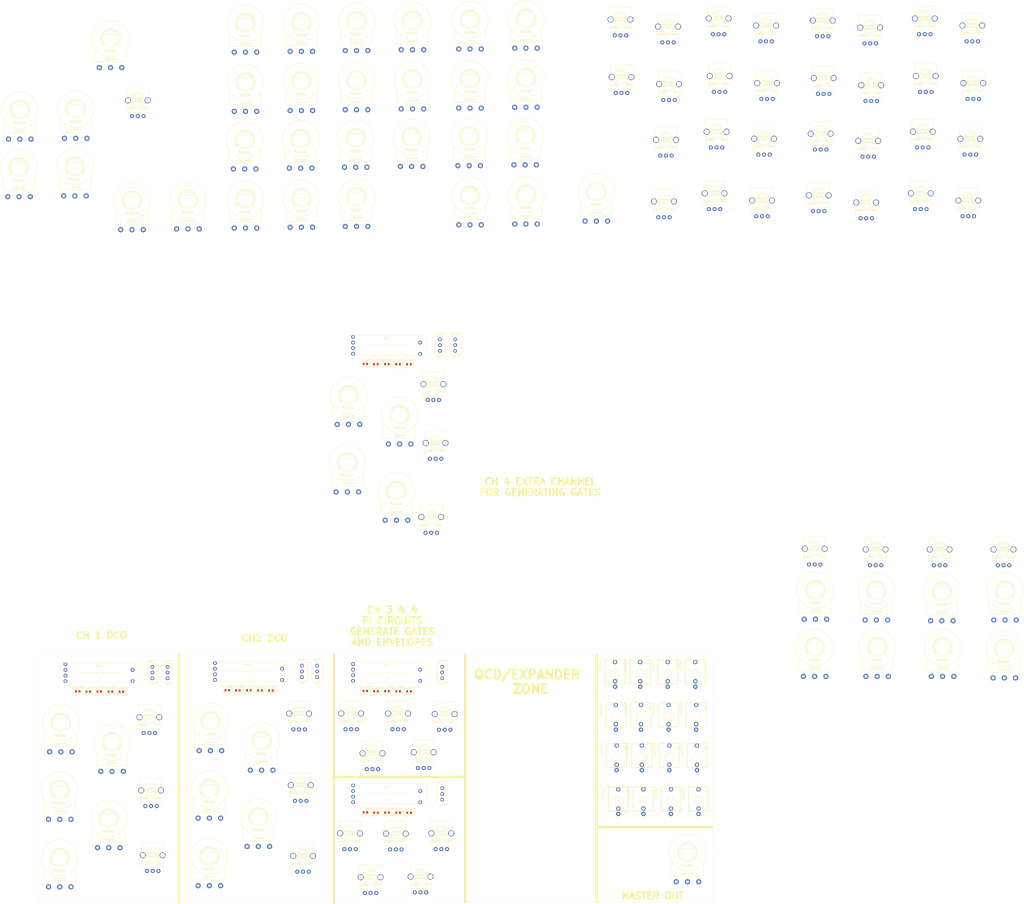
<source format=kicad_pcb>
(kicad_pcb (version 20171130) (host pcbnew "(5.1.4-0-10_14)")
  (layers (0 F.Cu signal) (31 B.Cu signal) (34 B.Paste user) (35 F.Paste user) (36 B.SilkS user) (37 F.SilkS user) (38 B.Mask user) (39 F.Mask user) (44 Edge.Cuts user))
  (net 0 "")
  (module 4ms_Potentiometer:Pot_9mm_Knurl_NoDet (layer F.Cu) (at 138.87 79.61 180)
    (fp_text reference VR? (at -4.6 -4.1) (layer F.SilkS) (effects (justify right bottom)))
    (fp_text value 100k (at 1 -4.1) (layer F.SilkS) (effects (justify right bottom)))
    (fp_text user NoDet (at 0 0.85) (layer F.SilkS))
    (fp_text user KNURL (at 0 -0.55 180) (layer F.SilkS))
    (pad 3 thru_hole circle (at -2.540163 -7.012243 90) (size 1.8034 1.8034) (drill 0.889) (layers *.Cu *.Mask))
    (pad 2 thru_hole circle (at -0.000163 -7.012243 90) (size 1.8034 1.8034) (drill 0.889) (layers *.Cu *.Mask))
    (pad 1 thru_hole circle (at 2.539837 -7.012243 90) (size 1.8034 1.8034) (drill 0.889) (layers *.Cu *.Mask))
    (pad 4 thru_hole circle (at 4.394037 -0.001843 180) (size 2.667 2.667) (drill 2.0574) (layers *.Cu *.Mask))
    (pad 5 thru_hole circle (at -4.394363 -0.001843 180) (size 2.667 2.667) (drill 2.0574) (layers *.Cu *.Mask))
  )
  (module 4ms_Potentiometer:Pot_9mm_Knurl_NoDet (layer F.Cu) (at 179.44 79.61 180)
    (fp_text reference VR? (at -4.6 -4.1) (layer F.SilkS) (effects (justify right bottom)))
    (fp_text value 100k (at 1 -4.1) (layer F.SilkS) (effects (justify right bottom)))
    (fp_text user KNURL (at 0 -0.55 180) (layer F.SilkS))
    (fp_text user NoDet (at 0 0.85) (layer F.SilkS))
    (pad 5 thru_hole circle (at -4.394363 -0.001843 180) (size 2.667 2.667) (drill 2.0574) (layers *.Cu *.Mask))
    (pad 4 thru_hole circle (at 4.394037 -0.001843 180) (size 2.667 2.667) (drill 2.0574) (layers *.Cu *.Mask))
    (pad 1 thru_hole circle (at 2.539837 -7.012243 90) (size 1.8034 1.8034) (drill 0.889) (layers *.Cu *.Mask))
    (pad 2 thru_hole circle (at -0.000163 -7.012243 90) (size 1.8034 1.8034) (drill 0.889) (layers *.Cu *.Mask))
    (pad 3 thru_hole circle (at -2.540163 -7.012243 90) (size 1.8034 1.8034) (drill 0.889) (layers *.Cu *.Mask))
  )
  (module 4ms_Potentiometer:Pot_9mm_Knurl_NoDet (layer F.Cu) (at 147.98 99.09 180)
    (fp_text reference VR? (at -4.6 -4.1) (layer F.SilkS) (effects (justify right bottom)))
    (fp_text value 100k (at 1 -4.1) (layer F.SilkS) (effects (justify right bottom)))
    (fp_text user KNURL (at 0 -0.55 180) (layer F.SilkS))
    (fp_text user NoDet (at 0 0.85) (layer F.SilkS))
    (pad 5 thru_hole circle (at -4.394363 -0.001843 180) (size 2.667 2.667) (drill 2.0574) (layers *.Cu *.Mask))
    (pad 4 thru_hole circle (at 4.394037 -0.001843 180) (size 2.667 2.667) (drill 2.0574) (layers *.Cu *.Mask))
    (pad 1 thru_hole circle (at 2.539837 -7.012243 90) (size 1.8034 1.8034) (drill 0.889) (layers *.Cu *.Mask))
    (pad 2 thru_hole circle (at -0.000163 -7.012243 90) (size 1.8034 1.8034) (drill 0.889) (layers *.Cu *.Mask))
    (pad 3 thru_hole circle (at -2.540163 -7.012243 90) (size 1.8034 1.8034) (drill 0.889) (layers *.Cu *.Mask))
  )
  (module 4ms_Potentiometer:Pot_9mm_Knurl_NoDet (layer F.Cu) (at 170.2 98.84 180)
    (fp_text reference VR? (at -4.6 -4.1) (layer F.SilkS) (effects (justify right bottom)))
    (fp_text value 100k (at 1 -4.1) (layer F.SilkS) (effects (justify right bottom)))
    (fp_text user NoDet (at 0 0.85) (layer F.SilkS))
    (fp_text user KNURL (at 0 -0.55 180) (layer F.SilkS))
    (pad 3 thru_hole circle (at -2.540163 -7.012243 90) (size 1.8034 1.8034) (drill 0.889) (layers *.Cu *.Mask))
    (pad 2 thru_hole circle (at -0.000163 -7.012243 90) (size 1.8034 1.8034) (drill 0.889) (layers *.Cu *.Mask))
    (pad 1 thru_hole circle (at 2.539837 -7.012243 90) (size 1.8034 1.8034) (drill 0.889) (layers *.Cu *.Mask))
    (pad 4 thru_hole circle (at 4.394037 -0.001843 180) (size 2.667 2.667) (drill 2.0574) (layers *.Cu *.Mask))
    (pad 5 thru_hole circle (at -4.394363 -0.001843 180) (size 2.667 2.667) (drill 2.0574) (layers *.Cu *.Mask))
  )
  (module 4ms_Potentiometer:Pot_9mm_Knurl_NoDet (layer F.Cu) (at 159.22 79.74 180)
    (fp_text reference VR? (at -4.6 -4.1) (layer F.SilkS) (effects (justify right bottom)))
    (fp_text value 100k (at 1 -4.1) (layer F.SilkS) (effects (justify right bottom)))
    (fp_text user NoDet (at 0 0.85) (layer F.SilkS))
    (fp_text user KNURL (at 0 -0.55 180) (layer F.SilkS))
    (pad 3 thru_hole circle (at -2.540163 -7.012243 90) (size 1.8034 1.8034) (drill 0.889) (layers *.Cu *.Mask))
    (pad 2 thru_hole circle (at -0.000163 -7.012243 90) (size 1.8034 1.8034) (drill 0.889) (layers *.Cu *.Mask))
    (pad 1 thru_hole circle (at 2.539837 -7.012243 90) (size 1.8034 1.8034) (drill 0.889) (layers *.Cu *.Mask))
    (pad 4 thru_hole circle (at 4.394037 -0.001843 180) (size 2.667 2.667) (drill 2.0574) (layers *.Cu *.Mask))
    (pad 5 thru_hole circle (at -4.394363 -0.001843 180) (size 2.667 2.667) (drill 2.0574) (layers *.Cu *.Mask))
  )
  (module 4ms_Potentiometer:Pot_9mm_Knurl_NoDet (layer F.Cu) (at 171.58 43.54 180)
    (fp_text reference VR? (at -4.6 -4.1) (layer F.SilkS) (effects (justify right bottom)))
    (fp_text value 100k (at 1 -4.1) (layer F.SilkS) (effects (justify right bottom)))
    (fp_text user KNURL (at 0 -0.55 180) (layer F.SilkS))
    (fp_text user NoDet (at 0 0.85) (layer F.SilkS))
    (pad 5 thru_hole circle (at -4.394363 -0.001843 180) (size 2.667 2.667) (drill 2.0574) (layers *.Cu *.Mask))
    (pad 4 thru_hole circle (at 4.394037 -0.001843 180) (size 2.667 2.667) (drill 2.0574) (layers *.Cu *.Mask))
    (pad 1 thru_hole circle (at 2.539837 -7.012243 90) (size 1.8034 1.8034) (drill 0.889) (layers *.Cu *.Mask))
    (pad 2 thru_hole circle (at -0.000163 -7.012243 90) (size 1.8034 1.8034) (drill 0.889) (layers *.Cu *.Mask))
    (pad 3 thru_hole circle (at -2.540163 -7.012243 90) (size 1.8034 1.8034) (drill 0.889) (layers *.Cu *.Mask))
  )
  (module 4ms_Potentiometer:Pot_9mm_Knurl_NoDet (layer F.Cu) (at 148.86 44.04 180)
    (fp_text reference VR? (at -4.6 -4.1) (layer F.SilkS) (effects (justify right bottom)))
    (fp_text value 100k (at 1 -4.1) (layer F.SilkS) (effects (justify right bottom)))
    (fp_text user NoDet (at 0 0.85) (layer F.SilkS))
    (fp_text user KNURL (at 0 -0.55 180) (layer F.SilkS))
    (pad 3 thru_hole circle (at -2.540163 -7.012243 90) (size 1.8034 1.8034) (drill 0.889) (layers *.Cu *.Mask))
    (pad 2 thru_hole circle (at -0.000163 -7.012243 90) (size 1.8034 1.8034) (drill 0.889) (layers *.Cu *.Mask))
    (pad 1 thru_hole circle (at 2.539837 -7.012243 90) (size 1.8034 1.8034) (drill 0.889) (layers *.Cu *.Mask))
    (pad 4 thru_hole circle (at 4.394037 -0.001843 180) (size 2.667 2.667) (drill 2.0574) (layers *.Cu *.Mask))
    (pad 5 thru_hole circle (at -4.394363 -0.001843 180) (size 2.667 2.667) (drill 2.0574) (layers *.Cu *.Mask))
  )
  (module 4ms_Potentiometer:Pot_9mm_Knurl_NoDet (layer F.Cu) (at 429.34 -46.58 180)
    (fp_text reference VR? (at -4.6 -4.1) (layer F.SilkS) (effects (justify right bottom)))
    (fp_text value 100k (at 1 -4.1) (layer F.SilkS) (effects (justify right bottom)))
    (fp_text user KNURL (at 0 -0.55 180) (layer F.SilkS))
    (fp_text user NoDet (at 0 0.85) (layer F.SilkS))
    (pad 5 thru_hole circle (at -4.394363 -0.001843 180) (size 2.667 2.667) (drill 2.0574) (layers *.Cu *.Mask))
    (pad 4 thru_hole circle (at 4.394037 -0.001843 180) (size 2.667 2.667) (drill 2.0574) (layers *.Cu *.Mask))
    (pad 1 thru_hole circle (at 2.539837 -7.012243 90) (size 1.8034 1.8034) (drill 0.889) (layers *.Cu *.Mask))
    (pad 2 thru_hole circle (at -0.000163 -7.012243 90) (size 1.8034 1.8034) (drill 0.889) (layers *.Cu *.Mask))
    (pad 3 thru_hole circle (at -2.540163 -7.012243 90) (size 1.8034 1.8034) (drill 0.889) (layers *.Cu *.Mask))
  )
  (module 4ms_Potentiometer:Pot_9mm_Knurl_NoDet (layer F.Cu) (at 400.92 -46.58 180)
    (fp_text reference VR? (at -4.6 -4.1) (layer F.SilkS) (effects (justify right bottom)))
    (fp_text value 100k (at 1 -4.1) (layer F.SilkS) (effects (justify right bottom)))
    (fp_text user NoDet (at 0 0.85) (layer F.SilkS))
    (fp_text user KNURL (at 0 -0.55 180) (layer F.SilkS))
    (pad 3 thru_hole circle (at -2.540163 -7.012243 90) (size 1.8034 1.8034) (drill 0.889) (layers *.Cu *.Mask))
    (pad 2 thru_hole circle (at -0.000163 -7.012243 90) (size 1.8034 1.8034) (drill 0.889) (layers *.Cu *.Mask))
    (pad 1 thru_hole circle (at 2.539837 -7.012243 90) (size 1.8034 1.8034) (drill 0.889) (layers *.Cu *.Mask))
    (pad 4 thru_hole circle (at 4.394037 -0.001843 180) (size 2.667 2.667) (drill 2.0574) (layers *.Cu *.Mask))
    (pad 5 thru_hole circle (at -4.394363 -0.001843 180) (size 2.667 2.667) (drill 2.0574) (layers *.Cu *.Mask))
  )
  (module 4ms_Potentiometer:Pot_9mm_Knurl_NoDet (layer F.Cu) (at 372.49 -46.58 180)
    (fp_text reference VR? (at -4.6 -4.1) (layer F.SilkS) (effects (justify right bottom)))
    (fp_text value 100k (at 1 -4.1) (layer F.SilkS) (effects (justify right bottom)))
    (fp_text user KNURL (at 0 -0.55 180) (layer F.SilkS))
    (fp_text user NoDet (at 0 0.85) (layer F.SilkS))
    (pad 5 thru_hole circle (at -4.394363 -0.001843 180) (size 2.667 2.667) (drill 2.0574) (layers *.Cu *.Mask))
    (pad 4 thru_hole circle (at 4.394037 -0.001843 180) (size 2.667 2.667) (drill 2.0574) (layers *.Cu *.Mask))
    (pad 1 thru_hole circle (at 2.539837 -7.012243 90) (size 1.8034 1.8034) (drill 0.889) (layers *.Cu *.Mask))
    (pad 2 thru_hole circle (at -0.000163 -7.012243 90) (size 1.8034 1.8034) (drill 0.889) (layers *.Cu *.Mask))
    (pad 3 thru_hole circle (at -2.540163 -7.012243 90) (size 1.8034 1.8034) (drill 0.889) (layers *.Cu *.Mask))
  )
  (module 4ms_Potentiometer:Pot_9mm_Knurl_NoDet (layer F.Cu) (at 345.4 -46.91 180)
    (fp_text reference VR? (at -4.6 -4.1) (layer F.SilkS) (effects (justify right bottom)))
    (fp_text value 100k (at 1 -4.1) (layer F.SilkS) (effects (justify right bottom)))
    (fp_text user NoDet (at 0 0.85) (layer F.SilkS))
    (fp_text user KNURL (at 0 -0.55 180) (layer F.SilkS))
    (pad 3 thru_hole circle (at -2.540163 -7.012243 90) (size 1.8034 1.8034) (drill 0.889) (layers *.Cu *.Mask))
    (pad 2 thru_hole circle (at -0.000163 -7.012243 90) (size 1.8034 1.8034) (drill 0.889) (layers *.Cu *.Mask))
    (pad 1 thru_hole circle (at 2.539837 -7.012243 90) (size 1.8034 1.8034) (drill 0.889) (layers *.Cu *.Mask))
    (pad 4 thru_hole circle (at 4.394037 -0.001843 180) (size 2.667 2.667) (drill 2.0574) (layers *.Cu *.Mask))
    (pad 5 thru_hole circle (at -4.394363 -0.001843 180) (size 2.667 2.667) (drill 2.0574) (layers *.Cu *.Mask))
  )
  (module 4ms_Potentiometer:Pot_16mm_NoDet_RV16AF-4A (layer F.Cu) (at 430.01 -28.18)
    (fp_text reference 16mm (at 2.913 8.551) (layer F.SilkS) (effects (font (size 1.2065 1.2065) (thickness 0.1524)) (justify right top)))
    (fp_text value NoDet (at 2.58 4.93) (layer F.SilkS) (effects (font (size 1.2065 1.2065) (thickness 0.1524)) (justify right top)))
    (pad 1 thru_hole circle (at -5 12.954 90) (size 2.286 2.286) (drill 1.2) (layers *.Cu *.Mask))
    (pad 2 thru_hole circle (at 0 12.954 90) (size 2.286 2.286) (drill 1.2) (layers *.Cu *.Mask) (clearance 0.254))
    (pad 3 thru_hole circle (at 5 12.954 90) (size 2.286 2.286) (drill 1.2) (layers *.Cu *.Mask))
  )
  (module 4ms_Potentiometer:Pot_16mm_NoDet_RV16AF-4A (layer F.Cu) (at 401.92 -27.85)
    (fp_text reference 16mm (at 2.913 8.551) (layer F.SilkS) (effects (font (size 1.2065 1.2065) (thickness 0.1524)) (justify right top)))
    (fp_text value NoDet (at 2.58 4.93) (layer F.SilkS) (effects (font (size 1.2065 1.2065) (thickness 0.1524)) (justify right top)))
    (pad 3 thru_hole circle (at 5 12.954 90) (size 2.286 2.286) (drill 1.2) (layers *.Cu *.Mask))
    (pad 2 thru_hole circle (at 0 12.954 90) (size 2.286 2.286) (drill 1.2) (layers *.Cu *.Mask) (clearance 0.254))
    (pad 1 thru_hole circle (at -5 12.954 90) (size 2.286 2.286) (drill 1.2) (layers *.Cu *.Mask))
  )
  (module 4ms_Potentiometer:Pot_16mm_NoDet_RV16AF-4A (layer F.Cu) (at 372.83 -28.18)
    (fp_text reference 16mm (at 2.913 8.551) (layer F.SilkS) (effects (font (size 1.2065 1.2065) (thickness 0.1524)) (justify right top)))
    (fp_text value NoDet (at 2.58 4.93) (layer F.SilkS) (effects (font (size 1.2065 1.2065) (thickness 0.1524)) (justify right top)))
    (pad 1 thru_hole circle (at -5 12.954 90) (size 2.286 2.286) (drill 1.2) (layers *.Cu *.Mask))
    (pad 2 thru_hole circle (at 0 12.954 90) (size 2.286 2.286) (drill 1.2) (layers *.Cu *.Mask) (clearance 0.254))
    (pad 3 thru_hole circle (at 5 12.954 90) (size 2.286 2.286) (drill 1.2) (layers *.Cu *.Mask))
  )
  (module 4ms_Potentiometer:Pot_16mm_NoDet_RV16AF-4A (layer F.Cu) (at 345.74 -28.52)
    (fp_text reference 16mm (at 2.913 8.551) (layer F.SilkS) (effects (font (size 1.2065 1.2065) (thickness 0.1524)) (justify right top)))
    (fp_text value NoDet (at 2.58 4.93) (layer F.SilkS) (effects (font (size 1.2065 1.2065) (thickness 0.1524)) (justify right top)))
    (pad 3 thru_hole circle (at 5 12.954 90) (size 2.286 2.286) (drill 1.2) (layers *.Cu *.Mask))
    (pad 2 thru_hole circle (at 0 12.954 90) (size 2.286 2.286) (drill 1.2) (layers *.Cu *.Mask) (clearance 0.254))
    (pad 1 thru_hole circle (at -5 12.954 90) (size 2.286 2.286) (drill 1.2) (layers *.Cu *.Mask))
  )
  (module 4ms_Potentiometer:Pot_16mm_NoDet_RV16AF-4A (layer F.Cu) (at 429.68 -2.43)
    (fp_text reference 16mm (at 2.913 8.551) (layer F.SilkS) (effects (font (size 1.2065 1.2065) (thickness 0.1524)) (justify right top)))
    (fp_text value NoDet (at 2.58 4.93) (layer F.SilkS) (effects (font (size 1.2065 1.2065) (thickness 0.1524)) (justify right top)))
    (pad 3 thru_hole circle (at 5 12.954 90) (size 2.286 2.286) (drill 1.2) (layers *.Cu *.Mask))
    (pad 2 thru_hole circle (at 0 12.954 90) (size 2.286 2.286) (drill 1.2) (layers *.Cu *.Mask) (clearance 0.254))
    (pad 1 thru_hole circle (at -5 12.954 90) (size 2.286 2.286) (drill 1.2) (layers *.Cu *.Mask))
  )
  (module 4ms_Potentiometer:Pot_16mm_NoDet_RV16AF-4A (layer F.Cu) (at 402.25 -3.1)
    (fp_text reference 16mm (at 2.913 8.551) (layer F.SilkS) (effects (font (size 1.2065 1.2065) (thickness 0.1524)) (justify right top)))
    (fp_text value NoDet (at 2.58 4.93) (layer F.SilkS) (effects (font (size 1.2065 1.2065) (thickness 0.1524)) (justify right top)))
    (pad 1 thru_hole circle (at -5 12.954 90) (size 2.286 2.286) (drill 1.2) (layers *.Cu *.Mask))
    (pad 2 thru_hole circle (at 0 12.954 90) (size 2.286 2.286) (drill 1.2) (layers *.Cu *.Mask) (clearance 0.254))
    (pad 3 thru_hole circle (at 5 12.954 90) (size 2.286 2.286) (drill 1.2) (layers *.Cu *.Mask))
  )
  (module 4ms_Potentiometer:Pot_16mm_NoDet_RV16AF-4A (layer F.Cu) (at 373.16 -3.1)
    (fp_text reference 16mm (at 2.913 8.551) (layer F.SilkS) (effects (font (size 1.2065 1.2065) (thickness 0.1524)) (justify right top)))
    (fp_text value NoDet (at 2.58 4.93) (layer F.SilkS) (effects (font (size 1.2065 1.2065) (thickness 0.1524)) (justify right top)))
    (pad 3 thru_hole circle (at 5 12.954 90) (size 2.286 2.286) (drill 1.2) (layers *.Cu *.Mask))
    (pad 2 thru_hole circle (at 0 12.954 90) (size 2.286 2.286) (drill 1.2) (layers *.Cu *.Mask) (clearance 0.254))
    (pad 1 thru_hole circle (at -5 12.954 90) (size 2.286 2.286) (drill 1.2) (layers *.Cu *.Mask))
  )
  (module 4ms_Potentiometer:Pot_9mm_Knurl_NoDet (layer F.Cu) (at 160.22 26.31 180)
    (fp_text reference VR? (at -4.6 -4.1) (layer F.SilkS) (effects (justify right bottom)))
    (fp_text value 100k (at 1 -4.1) (layer F.SilkS) (effects (justify right bottom)))
    (fp_text user KNURL (at 0 -0.55 180) (layer F.SilkS))
    (fp_text user NoDet (at 0 0.85) (layer F.SilkS))
    (pad 5 thru_hole circle (at -4.394363 -0.001843 180) (size 2.667 2.667) (drill 2.0574) (layers *.Cu *.Mask))
    (pad 4 thru_hole circle (at 4.394037 -0.001843 180) (size 2.667 2.667) (drill 2.0574) (layers *.Cu *.Mask))
    (pad 1 thru_hole circle (at 2.539837 -7.012243 90) (size 1.8034 1.8034) (drill 0.889) (layers *.Cu *.Mask))
    (pad 2 thru_hole circle (at -0.000163 -7.012243 90) (size 1.8034 1.8034) (drill 0.889) (layers *.Cu *.Mask))
    (pad 3 thru_hole circle (at -2.540163 -7.012243 90) (size 1.8034 1.8034) (drill 0.889) (layers *.Cu *.Mask))
  )
  (module 4ms_Potentiometer:Pot_16mm_NoDet_RV16AF-4A (layer F.Cu) (at 288.86 88.18)
    (fp_text reference 16mm (at 2.913 8.551) (layer F.SilkS) (effects (font (size 1.2065 1.2065) (thickness 0.1524)) (justify right top)))
    (fp_text value NoDet (at 2.58 4.93) (layer F.SilkS) (effects (font (size 1.2065 1.2065) (thickness 0.1524)) (justify right top)))
    (pad 3 thru_hole circle (at 5 12.954 90) (size 2.286 2.286) (drill 1.2) (layers *.Cu *.Mask))
    (pad 2 thru_hole circle (at 0 12.954 90) (size 2.286 2.286) (drill 1.2) (layers *.Cu *.Mask) (clearance 0.254))
    (pad 1 thru_hole circle (at -5 12.954 90) (size 2.286 2.286) (drill 1.2) (layers *.Cu *.Mask))
  )
  (module 4ms_LED:LED_0603_1608Metric (layer F.Cu) (at 155.28 70.38 180)
    (fp_text reference REF** (at 0 -1.45) (layer F.SilkS))
    (fp_text value COLOR** (at 0.2 1.6) (layer F.SilkS))
    (pad 1 smd rect (at -0.8 0 180) (size 0.82 1) (layers F.Cu F.Paste F.Mask))
    (pad 2 smd rect (at 0.8 0 180) (size 0.82 1) (layers F.Cu F.Paste F.Mask))
  )
  (module 4ms_LED:LED_0603_1608Metric (layer F.Cu) (at 165.09 70.46 180)
    (fp_text reference REF** (at 0 -1.45) (layer F.SilkS))
    (fp_text value COLOR** (at 0.2 1.6) (layer F.SilkS))
    (pad 1 smd rect (at -0.8 0 180) (size 0.82 1) (layers F.Cu F.Paste F.Mask))
    (pad 2 smd rect (at 0.8 0 180) (size 0.82 1) (layers F.Cu F.Paste F.Mask))
  )
  (module 4ms_LED:LED_0603_1608Metric (layer F.Cu) (at 145.69 70.29 180)
    (fp_text reference REF** (at 0 -1.45) (layer F.SilkS))
    (fp_text value COLOR** (at 0.2 1.6) (layer F.SilkS))
    (pad 1 smd rect (at -0.8 0 180) (size 0.82 1) (layers F.Cu F.Paste F.Mask))
    (pad 2 smd rect (at 0.8 0 180) (size 0.82 1) (layers F.Cu F.Paste F.Mask))
  )
  (module 4ms_LED:LED_0603_1608Metric (layer F.Cu) (at 160.23 70.42 180)
    (fp_text reference REF** (at 0 -1.45) (layer F.SilkS))
    (fp_text value COLOR** (at 0.2 1.6) (layer F.SilkS))
    (pad 2 smd rect (at 0.8 0 180) (size 0.82 1) (layers F.Cu F.Paste F.Mask))
    (pad 1 smd rect (at -0.8 0 180) (size 0.82 1) (layers F.Cu F.Paste F.Mask))
  )
  (module 4ms_LED:LED_0603_1608Metric (layer F.Cu) (at 150.38 70.42 180)
    (fp_text reference REF** (at 0 -1.45) (layer F.SilkS))
    (fp_text value COLOR** (at 0.2 1.6) (layer F.SilkS))
    (pad 2 smd rect (at 0.8 0 180) (size 0.82 1) (layers F.Cu F.Paste F.Mask))
    (pad 1 smd rect (at -0.8 0 180) (size 0.82 1) (layers F.Cu F.Paste F.Mask))
  )
  (module 4ms_Potentiometer:Pot_Slider_LED_20mm_RA2045F (layer F.Cu) (at 155.16 62.04 270)
    (fp_text reference POT (at -2.91 0) (layer F.SilkS))
    (fp_text value ? (at 2.65 0) (layer F.SilkS))
    (pad NC thru_hole circle (at 1.24968 14.9352) (size 1.651 1.651) (drill 0.889) (layers *.Cu *.Mask))
    (pad LEDC thru_hole circle (at 3.74904 14.9352) (size 1.651 1.651) (drill 0.889) (layers *.Cu *.Mask))
    (pad LEDA thru_hole circle (at 3.74904 -14.9352) (size 1.651 1.651) (drill 0.889) (layers *.Cu *.Mask))
    (pad P3 thru_hole circle (at -1.24968 -14.9352) (size 1.651 1.651) (drill 0.889) (layers *.Cu *.Mask))
    (pad P2 thru_hole circle (at -3.74904 14.9352) (size 1.651 1.651) (drill 0.889) (layers *.Cu *.Mask))
    (pad P1 thru_hole circle (at -1.24968 14.9352) (size 1.651 1.651) (drill 0.889) (layers *.Cu *.Mask))
  )
  (module 4ms_Switch:Switch_Toggle_SPDT_SubMini (layer F.Cu) (at 179.85 62.09)
    (fp_text reference REF** (at -1.88 -4.4) (layer F.SilkS) (effects (justify left bottom)))
    (fp_text value Val** (at -1.58 5.55) (layer F.SilkS) (effects (justify left bottom)))
    (pad 3 thru_hole circle (at 0 2.54) (size 1.651 1.651) (drill 0.889) (layers *.Cu *.Mask))
    (pad 2 thru_hole circle (at 0 0) (size 1.651 1.651) (drill 0.889) (layers *.Cu *.Mask))
    (pad 1 thru_hole circle (at 0 -2.54) (size 1.651 1.651) (drill 0.889) (layers *.Cu *.Mask))
  )
  (module 4ms_LED:LED_0603_1608Metric (layer F.Cu) (at 155.24 -128.97 180)
    (fp_text reference REF** (at 0 -1.45) (layer F.SilkS))
    (fp_text value COLOR** (at 0.2 1.6) (layer F.SilkS))
    (pad 1 smd rect (at -0.8 0 180) (size 0.82 1) (layers F.Cu F.Paste F.Mask))
    (pad 2 smd rect (at 0.8 0 180) (size 0.82 1) (layers F.Cu F.Paste F.Mask))
  )
  (module 4ms_LED:LED_0603_1608Metric (layer F.Cu) (at 165.05 -128.89 180)
    (fp_text reference REF** (at 0 -1.45) (layer F.SilkS))
    (fp_text value COLOR** (at 0.2 1.6) (layer F.SilkS))
    (pad 1 smd rect (at -0.8 0 180) (size 0.82 1) (layers F.Cu F.Paste F.Mask))
    (pad 2 smd rect (at 0.8 0 180) (size 0.82 1) (layers F.Cu F.Paste F.Mask))
  )
  (module 4ms_Potentiometer:Pot_9mm_Knurl_NoDet (layer F.Cu) (at 176.9 -93.93 180)
    (fp_text reference VR? (at -4.6 -4.1) (layer F.SilkS) (effects (justify right bottom)))
    (fp_text value 100k (at 1 -4.1) (layer F.SilkS) (effects (justify right bottom)))
    (fp_text user NoDet (at 0 0.85) (layer F.SilkS))
    (fp_text user KNURL (at 0 -0.55 180) (layer F.SilkS))
    (pad 3 thru_hole circle (at -2.540163 -7.012243 90) (size 1.8034 1.8034) (drill 0.889) (layers *.Cu *.Mask))
    (pad 2 thru_hole circle (at -0.000163 -7.012243 90) (size 1.8034 1.8034) (drill 0.889) (layers *.Cu *.Mask))
    (pad 1 thru_hole circle (at 2.539837 -7.012243 90) (size 1.8034 1.8034) (drill 0.889) (layers *.Cu *.Mask))
    (pad 4 thru_hole circle (at 4.394037 -0.001843 180) (size 2.667 2.667) (drill 2.0574) (layers *.Cu *.Mask))
    (pad 5 thru_hole circle (at -4.394363 -0.001843 180) (size 2.667 2.667) (drill 2.0574) (layers *.Cu *.Mask))
  )
  (module 4ms_Potentiometer:Pot_16mm_NoDet_RV16AF-4A (layer F.Cu) (at 137.69 -85.12)
    (fp_text reference 16mm (at 2.913 8.551) (layer F.SilkS) (effects (font (size 1.2065 1.2065) (thickness 0.1524)) (justify right top)))
    (fp_text value NoDet (at 2.58 4.93) (layer F.SilkS) (effects (font (size 1.2065 1.2065) (thickness 0.1524)) (justify right top)))
    (pad 1 thru_hole circle (at -5 12.954 90) (size 2.286 2.286) (drill 1.2) (layers *.Cu *.Mask))
    (pad 2 thru_hole circle (at 0 12.954 90) (size 2.286 2.286) (drill 1.2) (layers *.Cu *.Mask) (clearance 0.254))
    (pad 3 thru_hole circle (at 5 12.954 90) (size 2.286 2.286) (drill 1.2) (layers *.Cu *.Mask))
  )
  (module 4ms_Potentiometer:Pot_16mm_NoDet_RV16AF-4A (layer F.Cu) (at 138.17 -115.13)
    (fp_text reference 16mm (at 2.913 8.551) (layer F.SilkS) (effects (font (size 1.2065 1.2065) (thickness 0.1524)) (justify right top)))
    (fp_text value NoDet (at 2.58 4.93) (layer F.SilkS) (effects (font (size 1.2065 1.2065) (thickness 0.1524)) (justify right top)))
    (pad 1 thru_hole circle (at -5 12.954 90) (size 2.286 2.286) (drill 1.2) (layers *.Cu *.Mask))
    (pad 2 thru_hole circle (at 0 12.954 90) (size 2.286 2.286) (drill 1.2) (layers *.Cu *.Mask) (clearance 0.254))
    (pad 3 thru_hole circle (at 5 12.954 90) (size 2.286 2.286) (drill 1.2) (layers *.Cu *.Mask))
  )
  (module 4ms_LED:LED_0603_1608Metric (layer F.Cu) (at 145.65 -129.06 180)
    (fp_text reference REF** (at 0 -1.45) (layer F.SilkS))
    (fp_text value COLOR** (at 0.2 1.6) (layer F.SilkS))
    (pad 1 smd rect (at -0.8 0 180) (size 0.82 1) (layers F.Cu F.Paste F.Mask))
    (pad 2 smd rect (at 0.8 0 180) (size 0.82 1) (layers F.Cu F.Paste F.Mask))
  )
  (module 4ms_Potentiometer:Pot_9mm_Knurl_NoDet (layer F.Cu) (at 174.96 -61.01 180)
    (fp_text reference VR? (at -4.6 -4.1) (layer F.SilkS) (effects (justify right bottom)))
    (fp_text value 100k (at 1 -4.1) (layer F.SilkS) (effects (justify right bottom)))
    (fp_text user KNURL (at 0 -0.55 180) (layer F.SilkS))
    (fp_text user NoDet (at 0 0.85) (layer F.SilkS))
    (pad 5 thru_hole circle (at -4.394363 -0.001843 180) (size 2.667 2.667) (drill 2.0574) (layers *.Cu *.Mask))
    (pad 4 thru_hole circle (at 4.394037 -0.001843 180) (size 2.667 2.667) (drill 2.0574) (layers *.Cu *.Mask))
    (pad 1 thru_hole circle (at 2.539837 -7.012243 90) (size 1.8034 1.8034) (drill 0.889) (layers *.Cu *.Mask))
    (pad 2 thru_hole circle (at -0.000163 -7.012243 90) (size 1.8034 1.8034) (drill 0.889) (layers *.Cu *.Mask))
    (pad 3 thru_hole circle (at -2.540163 -7.012243 90) (size 1.8034 1.8034) (drill 0.889) (layers *.Cu *.Mask))
  )
  (module 4ms_Switch:Switch_Toggle_SPDT_SubMini (layer F.Cu) (at 185.61 -137.4)
    (fp_text reference REF** (at -1.88 -4.4) (layer F.SilkS) (effects (justify left bottom)))
    (fp_text value Val** (at -1.58 5.55) (layer F.SilkS) (effects (justify left bottom)))
    (pad 3 thru_hole circle (at 0 2.54) (size 1.651 1.651) (drill 0.889) (layers *.Cu *.Mask))
    (pad 2 thru_hole circle (at 0 0) (size 1.651 1.651) (drill 0.889) (layers *.Cu *.Mask))
    (pad 1 thru_hole circle (at 0 -2.54) (size 1.651 1.651) (drill 0.889) (layers *.Cu *.Mask))
  )
  (module 4ms_Potentiometer:Pot_Slider_LED_20mm_RA2045F (layer F.Cu) (at 155.12 -137.31 270)
    (fp_text reference POT (at -2.91 0) (layer F.SilkS))
    (fp_text value ? (at 2.65 0) (layer F.SilkS))
    (pad NC thru_hole circle (at 1.24968 14.9352) (size 1.651 1.651) (drill 0.889) (layers *.Cu *.Mask))
    (pad LEDC thru_hole circle (at 3.74904 14.9352) (size 1.651 1.651) (drill 0.889) (layers *.Cu *.Mask))
    (pad LEDA thru_hole circle (at 3.74904 -14.9352) (size 1.651 1.651) (drill 0.889) (layers *.Cu *.Mask))
    (pad P3 thru_hole circle (at -1.24968 -14.9352) (size 1.651 1.651) (drill 0.889) (layers *.Cu *.Mask))
    (pad P2 thru_hole circle (at -3.74904 14.9352) (size 1.651 1.651) (drill 0.889) (layers *.Cu *.Mask))
    (pad P1 thru_hole circle (at -1.24968 14.9352) (size 1.651 1.651) (drill 0.889) (layers *.Cu *.Mask))
  )
  (module 4ms_Switch:Switch_Toggle_SPDT_SubMini (layer F.Cu) (at 178.83 -137.4)
    (fp_text reference REF** (at -1.88 -4.4) (layer F.SilkS) (effects (justify left bottom)))
    (fp_text value Val** (at -1.58 5.55) (layer F.SilkS) (effects (justify left bottom)))
    (pad 1 thru_hole circle (at 0 -2.54) (size 1.651 1.651) (drill 0.889) (layers *.Cu *.Mask))
    (pad 2 thru_hole circle (at 0 0) (size 1.651 1.651) (drill 0.889) (layers *.Cu *.Mask))
    (pad 3 thru_hole circle (at 0 2.54) (size 1.651 1.651) (drill 0.889) (layers *.Cu *.Mask))
  )
  (module 4ms_Potentiometer:Pot_16mm_NoDet_RV16AF-4A (layer F.Cu) (at 159.47 -72.53)
    (fp_text reference 16mm (at 2.913 8.551) (layer F.SilkS) (effects (font (size 1.2065 1.2065) (thickness 0.1524)) (justify right top)))
    (fp_text value NoDet (at 2.58 4.93) (layer F.SilkS) (effects (font (size 1.2065 1.2065) (thickness 0.1524)) (justify right top)))
    (pad 3 thru_hole circle (at 5 12.954 90) (size 2.286 2.286) (drill 1.2) (layers *.Cu *.Mask))
    (pad 2 thru_hole circle (at 0 12.954 90) (size 2.286 2.286) (drill 1.2) (layers *.Cu *.Mask) (clearance 0.254))
    (pad 1 thru_hole circle (at -5 12.954 90) (size 2.286 2.286) (drill 1.2) (layers *.Cu *.Mask))
  )
  (module 4ms_LED:LED_0603_1608Metric (layer F.Cu) (at 160.19 -128.93 180)
    (fp_text reference REF** (at 0 -1.45) (layer F.SilkS))
    (fp_text value COLOR** (at 0.2 1.6) (layer F.SilkS))
    (pad 2 smd rect (at 0.8 0 180) (size 0.82 1) (layers F.Cu F.Paste F.Mask))
    (pad 1 smd rect (at -0.8 0 180) (size 0.82 1) (layers F.Cu F.Paste F.Mask))
  )
  (module 4ms_LED:LED_0603_1608Metric (layer F.Cu) (at 150.34 -128.93 180)
    (fp_text reference REF** (at 0 -1.45) (layer F.SilkS))
    (fp_text value COLOR** (at 0.2 1.6) (layer F.SilkS))
    (pad 2 smd rect (at 0.8 0 180) (size 0.82 1) (layers F.Cu F.Paste F.Mask))
    (pad 1 smd rect (at -0.8 0 180) (size 0.82 1) (layers F.Cu F.Paste F.Mask))
  )
  (module 4ms_Potentiometer:Pot_16mm_NoDet_RV16AF-4A (layer F.Cu) (at 345.4 -3.1)
    (fp_text reference 16mm (at 2.913 8.551) (layer F.SilkS) (effects (font (size 1.2065 1.2065) (thickness 0.1524)) (justify right top)))
    (fp_text value NoDet (at 2.58 4.93) (layer F.SilkS) (effects (font (size 1.2065 1.2065) (thickness 0.1524)) (justify right top)))
    (pad 1 thru_hole circle (at -5 12.954 90) (size 2.286 2.286) (drill 1.2) (layers *.Cu *.Mask))
    (pad 2 thru_hole circle (at 0 12.954 90) (size 2.286 2.286) (drill 1.2) (layers *.Cu *.Mask) (clearance 0.254))
    (pad 3 thru_hole circle (at 5 12.954 90) (size 2.286 2.286) (drill 1.2) (layers *.Cu *.Mask))
  )
  (module 4ms_Potentiometer:Pot_16mm_NoDet_RV16AF-4A (layer F.Cu) (at 160.92 -106.42)
    (fp_text reference 16mm (at 2.913 8.551) (layer F.SilkS) (effects (font (size 1.2065 1.2065) (thickness 0.1524)) (justify right top)))
    (fp_text value NoDet (at 2.58 4.93) (layer F.SilkS) (effects (font (size 1.2065 1.2065) (thickness 0.1524)) (justify right top)))
    (pad 3 thru_hole circle (at 5 12.954 90) (size 2.286 2.286) (drill 1.2) (layers *.Cu *.Mask))
    (pad 2 thru_hole circle (at 0 12.954 90) (size 2.286 2.286) (drill 1.2) (layers *.Cu *.Mask) (clearance 0.254))
    (pad 1 thru_hole circle (at -5 12.954 90) (size 2.286 2.286) (drill 1.2) (layers *.Cu *.Mask))
  )
  (module 4ms_Potentiometer:Pot_9mm_Knurl_NoDet (layer F.Cu) (at 175.93 -120.07 180)
    (fp_text reference VR? (at -4.6 -4.1) (layer F.SilkS) (effects (justify right bottom)))
    (fp_text value 100k (at 1 -4.1) (layer F.SilkS) (effects (justify right bottom)))
    (fp_text user KNURL (at 0 -0.55 180) (layer F.SilkS))
    (fp_text user NoDet (at 0 0.85) (layer F.SilkS))
    (pad 5 thru_hole circle (at -4.394363 -0.001843 180) (size 2.667 2.667) (drill 2.0574) (layers *.Cu *.Mask))
    (pad 4 thru_hole circle (at 4.394037 -0.001843 180) (size 2.667 2.667) (drill 2.0574) (layers *.Cu *.Mask))
    (pad 1 thru_hole circle (at 2.539837 -7.012243 90) (size 1.8034 1.8034) (drill 0.889) (layers *.Cu *.Mask))
    (pad 2 thru_hole circle (at -0.000163 -7.012243 90) (size 1.8034 1.8034) (drill 0.889) (layers *.Cu *.Mask))
    (pad 3 thru_hole circle (at -2.540163 -7.012243 90) (size 1.8034 1.8034) (drill 0.889) (layers *.Cu *.Mask))
  )
  (module 4ms_Potentiometer:Pot_Slider_LED_20mm_RA2045F (layer F.Cu) (at 93.76 7.69 270)
    (fp_text reference POT (at -2.91 0) (layer F.SilkS))
    (fp_text value ? (at 2.65 0) (layer F.SilkS))
    (pad P1 thru_hole circle (at -1.24968 14.9352) (size 1.651 1.651) (drill 0.889) (layers *.Cu *.Mask))
    (pad P2 thru_hole circle (at -3.74904 14.9352) (size 1.651 1.651) (drill 0.889) (layers *.Cu *.Mask))
    (pad P3 thru_hole circle (at -1.24968 -14.9352) (size 1.651 1.651) (drill 0.889) (layers *.Cu *.Mask))
    (pad LEDA thru_hole circle (at 3.74904 -14.9352) (size 1.651 1.651) (drill 0.889) (layers *.Cu *.Mask))
    (pad LEDC thru_hole circle (at 3.74904 14.9352) (size 1.651 1.651) (drill 0.889) (layers *.Cu *.Mask))
    (pad NC thru_hole circle (at 1.24968 14.9352) (size 1.651 1.651) (drill 0.889) (layers *.Cu *.Mask))
  )
  (module 4ms_LED:LED_0603_1608Metric (layer F.Cu) (at 88.98 16.07 180)
    (fp_text reference REF** (at 0 -1.45) (layer F.SilkS))
    (fp_text value COLOR** (at 0.2 1.6) (layer F.SilkS))
    (pad 1 smd rect (at -0.8 0 180) (size 0.82 1) (layers F.Cu F.Paste F.Mask))
    (pad 2 smd rect (at 0.8 0 180) (size 0.82 1) (layers F.Cu F.Paste F.Mask))
  )
  (module 4ms_LED:LED_0603_1608Metric (layer F.Cu) (at 98.83 16.07 180)
    (fp_text reference REF** (at 0 -1.45) (layer F.SilkS))
    (fp_text value COLOR** (at 0.2 1.6) (layer F.SilkS))
    (pad 1 smd rect (at -0.8 0 180) (size 0.82 1) (layers F.Cu F.Paste F.Mask))
    (pad 2 smd rect (at 0.8 0 180) (size 0.82 1) (layers F.Cu F.Paste F.Mask))
  )
  (module 4ms_LED:LED_0603_1608Metric (layer F.Cu) (at 84.29 15.94 180)
    (fp_text reference REF** (at 0 -1.45) (layer F.SilkS))
    (fp_text value COLOR** (at 0.2 1.6) (layer F.SilkS))
    (pad 2 smd rect (at 0.8 0 180) (size 0.82 1) (layers F.Cu F.Paste F.Mask))
    (pad 1 smd rect (at -0.8 0 180) (size 0.82 1) (layers F.Cu F.Paste F.Mask))
  )
  (module 4ms_LED:LED_0603_1608Metric (layer F.Cu) (at 103.69 16.11 180)
    (fp_text reference REF** (at 0 -1.45) (layer F.SilkS))
    (fp_text value COLOR** (at 0.2 1.6) (layer F.SilkS))
    (pad 2 smd rect (at 0.8 0 180) (size 0.82 1) (layers F.Cu F.Paste F.Mask))
    (pad 1 smd rect (at -0.8 0 180) (size 0.82 1) (layers F.Cu F.Paste F.Mask))
  )
  (module 4ms_LED:LED_0603_1608Metric (layer F.Cu) (at 93.88 16.03 180)
    (fp_text reference REF** (at 0 -1.45) (layer F.SilkS))
    (fp_text value COLOR** (at 0.2 1.6) (layer F.SilkS))
    (pad 2 smd rect (at 0.8 0 180) (size 0.82 1) (layers F.Cu F.Paste F.Mask))
    (pad 1 smd rect (at -0.8 0 180) (size 0.82 1) (layers F.Cu F.Paste F.Mask))
  )
  (module 4ms_Potentiometer:Pot_16mm_NoDet_RV16AF-4A (layer F.Cu) (at 76.81 29.87)
    (fp_text reference 16mm (at 2.913 8.551) (layer F.SilkS) (effects (font (size 1.2065 1.2065) (thickness 0.1524)) (justify right top)))
    (fp_text value NoDet (at 2.58 4.93) (layer F.SilkS) (effects (font (size 1.2065 1.2065) (thickness 0.1524)) (justify right top)))
    (pad 3 thru_hole circle (at 5 12.954 90) (size 2.286 2.286) (drill 1.2) (layers *.Cu *.Mask))
    (pad 2 thru_hole circle (at 0 12.954 90) (size 2.286 2.286) (drill 1.2) (layers *.Cu *.Mask) (clearance 0.254))
    (pad 1 thru_hole circle (at -5 12.954 90) (size 2.286 2.286) (drill 1.2) (layers *.Cu *.Mask))
  )
  (module 4ms_Potentiometer:Pot_16mm_NoDet_RV16AF-4A (layer F.Cu) (at 99.56 38.58)
    (fp_text reference 16mm (at 2.913 8.551) (layer F.SilkS) (effects (font (size 1.2065 1.2065) (thickness 0.1524)) (justify right top)))
    (fp_text value NoDet (at 2.58 4.93) (layer F.SilkS) (effects (font (size 1.2065 1.2065) (thickness 0.1524)) (justify right top)))
    (pad 1 thru_hole circle (at -5 12.954 90) (size 2.286 2.286) (drill 1.2) (layers *.Cu *.Mask))
    (pad 2 thru_hole circle (at 0 12.954 90) (size 2.286 2.286) (drill 1.2) (layers *.Cu *.Mask) (clearance 0.254))
    (pad 3 thru_hole circle (at 5 12.954 90) (size 2.286 2.286) (drill 1.2) (layers *.Cu *.Mask))
  )
  (module 4ms_Potentiometer:Pot_16mm_NoDet_RV16AF-4A (layer F.Cu) (at 98.11 72.47)
    (fp_text reference 16mm (at 2.913 8.551) (layer F.SilkS) (effects (font (size 1.2065 1.2065) (thickness 0.1524)) (justify right top)))
    (fp_text value NoDet (at 2.58 4.93) (layer F.SilkS) (effects (font (size 1.2065 1.2065) (thickness 0.1524)) (justify right top)))
    (pad 1 thru_hole circle (at -5 12.954 90) (size 2.286 2.286) (drill 1.2) (layers *.Cu *.Mask))
    (pad 2 thru_hole circle (at 0 12.954 90) (size 2.286 2.286) (drill 1.2) (layers *.Cu *.Mask) (clearance 0.254))
    (pad 3 thru_hole circle (at 5 12.954 90) (size 2.286 2.286) (drill 1.2) (layers *.Cu *.Mask))
  )
  (module 4ms_Switch:Switch_Toggle_SPDT_SubMini (layer F.Cu) (at 124.25 7.6)
    (fp_text reference REF** (at -1.88 -4.4) (layer F.SilkS) (effects (justify left bottom)))
    (fp_text value Val** (at -1.58 5.55) (layer F.SilkS) (effects (justify left bottom)))
    (pad 1 thru_hole circle (at 0 -2.54) (size 1.651 1.651) (drill 0.889) (layers *.Cu *.Mask))
    (pad 2 thru_hole circle (at 0 0) (size 1.651 1.651) (drill 0.889) (layers *.Cu *.Mask))
    (pad 3 thru_hole circle (at 0 2.54) (size 1.651 1.651) (drill 0.889) (layers *.Cu *.Mask))
  )
  (module 4ms_Potentiometer:Pot_9mm_Knurl_NoDet (layer F.Cu) (at 117.98 89.63 180)
    (fp_text reference VR? (at -4.6 -4.1) (layer F.SilkS) (effects (justify right bottom)))
    (fp_text value 100k (at 1 -4.1) (layer F.SilkS) (effects (justify right bottom)))
    (fp_text user NoDet (at 0 0.85) (layer F.SilkS))
    (fp_text user KNURL (at 0 -0.55 180) (layer F.SilkS))
    (pad 3 thru_hole circle (at -2.540163 -7.012243 90) (size 1.8034 1.8034) (drill 0.889) (layers *.Cu *.Mask))
    (pad 2 thru_hole circle (at -0.000163 -7.012243 90) (size 1.8034 1.8034) (drill 0.889) (layers *.Cu *.Mask))
    (pad 1 thru_hole circle (at 2.539837 -7.012243 90) (size 1.8034 1.8034) (drill 0.889) (layers *.Cu *.Mask))
    (pad 4 thru_hole circle (at 4.394037 -0.001843 180) (size 2.667 2.667) (drill 2.0574) (layers *.Cu *.Mask))
    (pad 5 thru_hole circle (at -4.394363 -0.001843 180) (size 2.667 2.667) (drill 2.0574) (layers *.Cu *.Mask))
  )
  (module 4ms_Potentiometer:Pot_9mm_Knurl_NoDet (layer F.Cu) (at 116.22 26.37 180)
    (fp_text reference VR? (at -4.6 -4.1) (layer F.SilkS) (effects (justify right bottom)))
    (fp_text value 100k (at 1 -4.1) (layer F.SilkS) (effects (justify right bottom)))
    (fp_text user NoDet (at 0 0.85) (layer F.SilkS))
    (fp_text user KNURL (at 0 -0.55 180) (layer F.SilkS))
    (pad 3 thru_hole circle (at -2.540163 -7.012243 90) (size 1.8034 1.8034) (drill 0.889) (layers *.Cu *.Mask))
    (pad 2 thru_hole circle (at -0.000163 -7.012243 90) (size 1.8034 1.8034) (drill 0.889) (layers *.Cu *.Mask))
    (pad 1 thru_hole circle (at 2.539837 -7.012243 90) (size 1.8034 1.8034) (drill 0.889) (layers *.Cu *.Mask))
    (pad 4 thru_hole circle (at 4.394037 -0.001843 180) (size 2.667 2.667) (drill 2.0574) (layers *.Cu *.Mask))
    (pad 5 thru_hole circle (at -4.394363 -0.001843 180) (size 2.667 2.667) (drill 2.0574) (layers *.Cu *.Mask))
  )
  (module 4ms_Potentiometer:Pot_9mm_Knurl_NoDet (layer F.Cu) (at 116.95 58.15 180)
    (fp_text reference VR? (at -4.6 -4.1) (layer F.SilkS) (effects (justify right bottom)))
    (fp_text value 100k (at 1 -4.1) (layer F.SilkS) (effects (justify right bottom)))
    (fp_text user KNURL (at 0 -0.55 180) (layer F.SilkS))
    (fp_text user NoDet (at 0 0.85) (layer F.SilkS))
    (pad 5 thru_hole circle (at -4.394363 -0.001843 180) (size 2.667 2.667) (drill 2.0574) (layers *.Cu *.Mask))
    (pad 4 thru_hole circle (at 4.394037 -0.001843 180) (size 2.667 2.667) (drill 2.0574) (layers *.Cu *.Mask))
    (pad 1 thru_hole circle (at 2.539837 -7.012243 90) (size 1.8034 1.8034) (drill 0.889) (layers *.Cu *.Mask))
    (pad 2 thru_hole circle (at -0.000163 -7.012243 90) (size 1.8034 1.8034) (drill 0.889) (layers *.Cu *.Mask))
    (pad 3 thru_hole circle (at -2.540163 -7.012243 90) (size 1.8034 1.8034) (drill 0.889) (layers *.Cu *.Mask))
  )
  (module 4ms_Potentiometer:Pot_16mm_NoDet_RV16AF-4A (layer F.Cu) (at 76.33 89.89)
    (fp_text reference 16mm (at 2.913 8.551) (layer F.SilkS) (effects (font (size 1.2065 1.2065) (thickness 0.1524)) (justify right top)))
    (fp_text value NoDet (at 2.58 4.93) (layer F.SilkS) (effects (font (size 1.2065 1.2065) (thickness 0.1524)) (justify right top)))
    (pad 3 thru_hole circle (at 5 12.954 90) (size 2.286 2.286) (drill 1.2) (layers *.Cu *.Mask))
    (pad 2 thru_hole circle (at 0 12.954 90) (size 2.286 2.286) (drill 1.2) (layers *.Cu *.Mask) (clearance 0.254))
    (pad 1 thru_hole circle (at -5 12.954 90) (size 2.286 2.286) (drill 1.2) (layers *.Cu *.Mask))
  )
  (module 4ms_Switch:Switch_Toggle_SPDT_SubMini (layer F.Cu) (at 117.47 7.6)
    (fp_text reference REF** (at -1.88 -4.4) (layer F.SilkS) (effects (justify left bottom)))
    (fp_text value Val** (at -1.58 5.55) (layer F.SilkS) (effects (justify left bottom)))
    (pad 3 thru_hole circle (at 0 2.54) (size 1.651 1.651) (drill 0.889) (layers *.Cu *.Mask))
    (pad 2 thru_hole circle (at 0 0) (size 1.651 1.651) (drill 0.889) (layers *.Cu *.Mask))
    (pad 1 thru_hole circle (at 0 -2.54) (size 1.651 1.651) (drill 0.889) (layers *.Cu *.Mask))
  )
  (module 4ms_Potentiometer:Pot_16mm_NoDet_RV16AF-4A (layer F.Cu) (at 76.33 59.88)
    (fp_text reference 16mm (at 2.913 8.551) (layer F.SilkS) (effects (font (size 1.2065 1.2065) (thickness 0.1524)) (justify right top)))
    (fp_text value NoDet (at 2.58 4.93) (layer F.SilkS) (effects (font (size 1.2065 1.2065) (thickness 0.1524)) (justify right top)))
    (pad 3 thru_hole circle (at 5 12.954 90) (size 2.286 2.286) (drill 1.2) (layers *.Cu *.Mask))
    (pad 2 thru_hole circle (at 0 12.954 90) (size 2.286 2.286) (drill 1.2) (layers *.Cu *.Mask) (clearance 0.254))
    (pad 1 thru_hole circle (at -5 12.954 90) (size 2.286 2.286) (drill 1.2) (layers *.Cu *.Mask))
  )
  (module 4ms_Potentiometer:Pot_9mm_Knurl_NoDet (layer F.Cu) (at 180.94 26.56 180)
    (fp_text reference VR? (at -4.6 -4.1) (layer F.SilkS) (effects (justify right bottom)))
    (fp_text value 100k (at 1 -4.1) (layer F.SilkS) (effects (justify right bottom)))
    (fp_text user NoDet (at 0 0.85) (layer F.SilkS))
    (fp_text user KNURL (at 0 -0.55 180) (layer F.SilkS))
    (pad 3 thru_hole circle (at -2.540163 -7.012243 90) (size 1.8034 1.8034) (drill 0.889) (layers *.Cu *.Mask))
    (pad 2 thru_hole circle (at -0.000163 -7.012243 90) (size 1.8034 1.8034) (drill 0.889) (layers *.Cu *.Mask))
    (pad 1 thru_hole circle (at 2.539837 -7.012243 90) (size 1.8034 1.8034) (drill 0.889) (layers *.Cu *.Mask))
    (pad 4 thru_hole circle (at 4.394037 -0.001843 180) (size 2.667 2.667) (drill 2.0574) (layers *.Cu *.Mask))
    (pad 5 thru_hole circle (at -4.394363 -0.001843 180) (size 2.667 2.667) (drill 2.0574) (layers *.Cu *.Mask))
  )
  (module 4ms_Potentiometer:Pot_9mm_Knurl_NoDet (layer F.Cu) (at 139.37 26.31 180)
    (fp_text reference VR? (at -4.6 -4.1) (layer F.SilkS) (effects (justify right bottom)))
    (fp_text value 100k (at 1 -4.1) (layer F.SilkS) (effects (justify right bottom)))
    (fp_text user KNURL (at 0 -0.55 180) (layer F.SilkS))
    (fp_text user NoDet (at 0 0.85) (layer F.SilkS))
    (pad 5 thru_hole circle (at -4.394363 -0.001843 180) (size 2.667 2.667) (drill 2.0574) (layers *.Cu *.Mask))
    (pad 4 thru_hole circle (at 4.394037 -0.001843 180) (size 2.667 2.667) (drill 2.0574) (layers *.Cu *.Mask))
    (pad 1 thru_hole circle (at 2.539837 -7.012243 90) (size 1.8034 1.8034) (drill 0.889) (layers *.Cu *.Mask))
    (pad 2 thru_hole circle (at -0.000163 -7.012243 90) (size 1.8034 1.8034) (drill 0.889) (layers *.Cu *.Mask))
    (pad 3 thru_hole circle (at -2.540163 -7.012243 90) (size 1.8034 1.8034) (drill 0.889) (layers *.Cu *.Mask))
  )
  (module 4ms_Potentiometer:Pot_16mm_NoDet_RV16AF-4A (layer F.Cu) (at 32.4 -273.72)
    (fp_text reference 16mm (at 2.913 8.551) (layer F.SilkS) (effects (font (size 1.2065 1.2065) (thickness 0.1524)) (justify right top)))
    (fp_text value NoDet (at 2.58 4.93) (layer F.SilkS) (effects (font (size 1.2065 1.2065) (thickness 0.1524)) (justify right top)))
    (pad 1 thru_hole circle (at -5 12.954 90) (size 2.286 2.286) (drill 1.2) (layers *.Cu *.Mask))
    (pad 2 thru_hole circle (at 0 12.954 90) (size 2.286 2.286) (drill 1.2) (layers *.Cu *.Mask) (clearance 0.254))
    (pad 3 thru_hole circle (at 5 12.954 90) (size 2.286 2.286) (drill 1.2) (layers *.Cu *.Mask))
  )
  (module 4ms_Switch:Switch_Toggle_SPDT_SubMini (layer F.Cu) (at 179.83 8.12)
    (fp_text reference REF** (at -1.88 -4.4) (layer F.SilkS) (effects (justify left bottom)))
    (fp_text value Val** (at -1.58 5.55) (layer F.SilkS) (effects (justify left bottom)))
    (pad 1 thru_hole circle (at 0 -2.54) (size 1.651 1.651) (drill 0.889) (layers *.Cu *.Mask))
    (pad 2 thru_hole circle (at 0 0) (size 1.651 1.651) (drill 0.889) (layers *.Cu *.Mask))
    (pad 3 thru_hole circle (at 0 2.54) (size 1.651 1.651) (drill 0.889) (layers *.Cu *.Mask))
  )
  (module 4ms_Potentiometer:Pot_Slider_LED_20mm_RA2045F (layer F.Cu) (at 155.14 8.07 270)
    (fp_text reference POT (at -2.91 0) (layer F.SilkS))
    (fp_text value ? (at 2.65 0) (layer F.SilkS))
    (pad P1 thru_hole circle (at -1.24968 14.9352) (size 1.651 1.651) (drill 0.889) (layers *.Cu *.Mask))
    (pad P2 thru_hole circle (at -3.74904 14.9352) (size 1.651 1.651) (drill 0.889) (layers *.Cu *.Mask))
    (pad P3 thru_hole circle (at -1.24968 -14.9352) (size 1.651 1.651) (drill 0.889) (layers *.Cu *.Mask))
    (pad LEDA thru_hole circle (at 3.74904 -14.9352) (size 1.651 1.651) (drill 0.889) (layers *.Cu *.Mask))
    (pad LEDC thru_hole circle (at 3.74904 14.9352) (size 1.651 1.651) (drill 0.889) (layers *.Cu *.Mask))
    (pad NC thru_hole circle (at 1.24968 14.9352) (size 1.651 1.651) (drill 0.889) (layers *.Cu *.Mask))
  )
  (module 4ms_LED:LED_0603_1608Metric (layer F.Cu) (at 150.36 16.45 180)
    (fp_text reference REF** (at 0 -1.45) (layer F.SilkS))
    (fp_text value COLOR** (at 0.2 1.6) (layer F.SilkS))
    (pad 1 smd rect (at -0.8 0 180) (size 0.82 1) (layers F.Cu F.Paste F.Mask))
    (pad 2 smd rect (at 0.8 0 180) (size 0.82 1) (layers F.Cu F.Paste F.Mask))
  )
  (module 4ms_LED:LED_0603_1608Metric (layer F.Cu) (at 160.21 16.45 180)
    (fp_text reference REF** (at 0 -1.45) (layer F.SilkS))
    (fp_text value COLOR** (at 0.2 1.6) (layer F.SilkS))
    (pad 1 smd rect (at -0.8 0 180) (size 0.82 1) (layers F.Cu F.Paste F.Mask))
    (pad 2 smd rect (at 0.8 0 180) (size 0.82 1) (layers F.Cu F.Paste F.Mask))
  )
  (module 4ms_LED:LED_0603_1608Metric (layer F.Cu) (at 145.67 16.32 180)
    (fp_text reference REF** (at 0 -1.45) (layer F.SilkS))
    (fp_text value COLOR** (at 0.2 1.6) (layer F.SilkS))
    (pad 2 smd rect (at 0.8 0 180) (size 0.82 1) (layers F.Cu F.Paste F.Mask))
    (pad 1 smd rect (at -0.8 0 180) (size 0.82 1) (layers F.Cu F.Paste F.Mask))
  )
  (module 4ms_LED:LED_0603_1608Metric (layer F.Cu) (at 165.07 16.49 180)
    (fp_text reference REF** (at 0 -1.45) (layer F.SilkS))
    (fp_text value COLOR** (at 0.2 1.6) (layer F.SilkS))
    (pad 2 smd rect (at 0.8 0 180) (size 0.82 1) (layers F.Cu F.Paste F.Mask))
    (pad 1 smd rect (at -0.8 0 180) (size 0.82 1) (layers F.Cu F.Paste F.Mask))
  )
  (module 4ms_LED:LED_0603_1608Metric (layer F.Cu) (at 155.26 16.41 180)
    (fp_text reference REF** (at 0 -1.45) (layer F.SilkS))
    (fp_text value COLOR** (at 0.2 1.6) (layer F.SilkS))
    (pad 2 smd rect (at 0.8 0 180) (size 0.82 1) (layers F.Cu F.Paste F.Mask))
    (pad 1 smd rect (at -0.8 0 180) (size 0.82 1) (layers F.Cu F.Paste F.Mask))
  )
  (module 4ms_Potentiometer:Pot_9mm_Knurl_NoDet (layer F.Cu) (at 51.15 89.34 180)
    (fp_text reference VR? (at -4.6 -4.1) (layer F.SilkS) (effects (justify right bottom)))
    (fp_text value 100k (at 1 -4.1) (layer F.SilkS) (effects (justify right bottom)))
    (fp_text user KNURL (at 0 -0.55 180) (layer F.SilkS))
    (fp_text user NoDet (at 0 0.85) (layer F.SilkS))
    (pad 5 thru_hole circle (at -4.394363 -0.001843 180) (size 2.667 2.667) (drill 2.0574) (layers *.Cu *.Mask))
    (pad 4 thru_hole circle (at 4.394037 -0.001843 180) (size 2.667 2.667) (drill 2.0574) (layers *.Cu *.Mask))
    (pad 1 thru_hole circle (at 2.539837 -7.012243 90) (size 1.8034 1.8034) (drill 0.889) (layers *.Cu *.Mask))
    (pad 2 thru_hole circle (at -0.000163 -7.012243 90) (size 1.8034 1.8034) (drill 0.889) (layers *.Cu *.Mask))
    (pad 3 thru_hole circle (at -2.540163 -7.012243 90) (size 1.8034 1.8034) (drill 0.889) (layers *.Cu *.Mask))
  )
  (module 4ms_Potentiometer:Pot_9mm_Knurl_NoDet (layer F.Cu) (at 50.42 60.49 180)
    (fp_text reference VR? (at -4.6 -4.1) (layer F.SilkS) (effects (justify right bottom)))
    (fp_text value 100k (at 1 -4.1) (layer F.SilkS) (effects (justify right bottom)))
    (fp_text user NoDet (at 0 0.85) (layer F.SilkS))
    (fp_text user KNURL (at 0 -0.55 180) (layer F.SilkS))
    (pad 3 thru_hole circle (at -2.540163 -7.012243 90) (size 1.8034 1.8034) (drill 0.889) (layers *.Cu *.Mask))
    (pad 2 thru_hole circle (at -0.000163 -7.012243 90) (size 1.8034 1.8034) (drill 0.889) (layers *.Cu *.Mask))
    (pad 1 thru_hole circle (at 2.539837 -7.012243 90) (size 1.8034 1.8034) (drill 0.889) (layers *.Cu *.Mask))
    (pad 4 thru_hole circle (at 4.394037 -0.001843 180) (size 2.667 2.667) (drill 2.0574) (layers *.Cu *.Mask))
    (pad 5 thru_hole circle (at -4.394363 -0.001843 180) (size 2.667 2.667) (drill 2.0574) (layers *.Cu *.Mask))
  )
  (module 4ms_Potentiometer:Pot_16mm_NoDet_RV16AF-4A (layer F.Cu) (at 9.85 90.43)
    (fp_text reference 16mm (at 2.913 8.551) (layer F.SilkS) (effects (font (size 1.2065 1.2065) (thickness 0.1524)) (justify right top)))
    (fp_text value NoDet (at 2.58 4.93) (layer F.SilkS) (effects (font (size 1.2065 1.2065) (thickness 0.1524)) (justify right top)))
    (pad 1 thru_hole circle (at -5 12.954 90) (size 2.286 2.286) (drill 1.2) (layers *.Cu *.Mask))
    (pad 2 thru_hole circle (at 0 12.954 90) (size 2.286 2.286) (drill 1.2) (layers *.Cu *.Mask) (clearance 0.254))
    (pad 3 thru_hole circle (at 5 12.954 90) (size 2.286 2.286) (drill 1.2) (layers *.Cu *.Mask))
  )
  (module 4ms_Potentiometer:Pot_16mm_NoDet_RV16AF-4A (layer F.Cu) (at 31.63 73.01)
    (fp_text reference 16mm (at 2.913 8.551) (layer F.SilkS) (effects (font (size 1.2065 1.2065) (thickness 0.1524)) (justify right top)))
    (fp_text value NoDet (at 2.58 4.93) (layer F.SilkS) (effects (font (size 1.2065 1.2065) (thickness 0.1524)) (justify right top)))
    (pad 3 thru_hole circle (at 5 12.954 90) (size 2.286 2.286) (drill 1.2) (layers *.Cu *.Mask))
    (pad 2 thru_hole circle (at 0 12.954 90) (size 2.286 2.286) (drill 1.2) (layers *.Cu *.Mask) (clearance 0.254))
    (pad 1 thru_hole circle (at -5 12.954 90) (size 2.286 2.286) (drill 1.2) (layers *.Cu *.Mask))
  )
  (module 4ms_Potentiometer:Pot_16mm_NoDet_RV16AF-4A (layer F.Cu) (at 9.85 60.42)
    (fp_text reference 16mm (at 2.913 8.551) (layer F.SilkS) (effects (font (size 1.2065 1.2065) (thickness 0.1524)) (justify right top)))
    (fp_text value NoDet (at 2.58 4.93) (layer F.SilkS) (effects (font (size 1.2065 1.2065) (thickness 0.1524)) (justify right top)))
    (pad 1 thru_hole circle (at -5 12.954 90) (size 2.286 2.286) (drill 1.2) (layers *.Cu *.Mask))
    (pad 2 thru_hole circle (at 0 12.954 90) (size 2.286 2.286) (drill 1.2) (layers *.Cu *.Mask) (clearance 0.254))
    (pad 3 thru_hole circle (at 5 12.954 90) (size 2.286 2.286) (drill 1.2) (layers *.Cu *.Mask))
  )
  (module 4ms_Switch:Switch_Toggle_SPDT_SubMini (layer F.Cu) (at 50.99 8.14)
    (fp_text reference REF** (at -1.88 -4.4) (layer F.SilkS) (effects (justify left bottom)))
    (fp_text value Val** (at -1.58 5.55) (layer F.SilkS) (effects (justify left bottom)))
    (pad 1 thru_hole circle (at 0 -2.54) (size 1.651 1.651) (drill 0.889) (layers *.Cu *.Mask))
    (pad 2 thru_hole circle (at 0 0) (size 1.651 1.651) (drill 0.889) (layers *.Cu *.Mask))
    (pad 3 thru_hole circle (at 0 2.54) (size 1.651 1.651) (drill 0.889) (layers *.Cu *.Mask))
  )
  (module 4ms_Switch:Switch_Toggle_SPDT_SubMini (layer F.Cu) (at 57.77 8.14)
    (fp_text reference REF** (at -1.88 -4.4) (layer F.SilkS) (effects (justify left bottom)))
    (fp_text value Val** (at -1.58 5.55) (layer F.SilkS) (effects (justify left bottom)))
    (pad 3 thru_hole circle (at 0 2.54) (size 1.651 1.651) (drill 0.889) (layers *.Cu *.Mask))
    (pad 2 thru_hole circle (at 0 0) (size 1.651 1.651) (drill 0.889) (layers *.Cu *.Mask))
    (pad 1 thru_hole circle (at 0 -2.54) (size 1.651 1.651) (drill 0.889) (layers *.Cu *.Mask))
  )
  (module 4ms_Potentiometer:Pot_9mm_Knurl_NoDet (layer F.Cu) (at 415.92 -253.85 180)
    (fp_text reference VR? (at -4.6 -4.1) (layer F.SilkS) (effects (justify right bottom)))
    (fp_text value 100k (at 1 -4.1) (layer F.SilkS) (effects (justify right bottom)))
    (fp_text user KNURL (at 0 -0.55 180) (layer F.SilkS))
    (fp_text user NoDet (at 0 0.85) (layer F.SilkS))
    (pad 5 thru_hole circle (at -4.394363 -0.001843 180) (size 2.667 2.667) (drill 2.0574) (layers *.Cu *.Mask))
    (pad 4 thru_hole circle (at 4.394037 -0.001843 180) (size 2.667 2.667) (drill 2.0574) (layers *.Cu *.Mask))
    (pad 1 thru_hole circle (at 2.539837 -7.012243 90) (size 1.8034 1.8034) (drill 0.889) (layers *.Cu *.Mask))
    (pad 2 thru_hole circle (at -0.000163 -7.012243 90) (size 1.8034 1.8034) (drill 0.889) (layers *.Cu *.Mask))
    (pad 3 thru_hole circle (at -2.540163 -7.012243 90) (size 1.8034 1.8034) (drill 0.889) (layers *.Cu *.Mask))
  )
  (module 4ms_Potentiometer:Pot_9mm_Knurl_NoDet (layer F.Cu) (at 394.8 -257 180)
    (fp_text reference VR? (at -4.6 -4.1) (layer F.SilkS) (effects (justify right bottom)))
    (fp_text value 100k (at 1 -4.1) (layer F.SilkS) (effects (justify right bottom)))
    (fp_text user NoDet (at 0 0.85) (layer F.SilkS))
    (fp_text user KNURL (at 0 -0.55 180) (layer F.SilkS))
    (pad 3 thru_hole circle (at -2.540163 -7.012243 90) (size 1.8034 1.8034) (drill 0.889) (layers *.Cu *.Mask))
    (pad 2 thru_hole circle (at -0.000163 -7.012243 90) (size 1.8034 1.8034) (drill 0.889) (layers *.Cu *.Mask))
    (pad 1 thru_hole circle (at 2.539837 -7.012243 90) (size 1.8034 1.8034) (drill 0.889) (layers *.Cu *.Mask))
    (pad 4 thru_hole circle (at 4.394037 -0.001843 180) (size 2.667 2.667) (drill 2.0574) (layers *.Cu *.Mask))
    (pad 5 thru_hole circle (at -4.394363 -0.001843 180) (size 2.667 2.667) (drill 2.0574) (layers *.Cu *.Mask))
  )
  (module 4ms_Potentiometer:Pot_9mm_Knurl_NoDet (layer F.Cu) (at 393.45 -232.28 180)
    (fp_text reference VR? (at -4.6 -4.1) (layer F.SilkS) (effects (justify right bottom)))
    (fp_text value 100k (at 1 -4.1) (layer F.SilkS) (effects (justify right bottom)))
    (fp_text user KNURL (at 0 -0.55 180) (layer F.SilkS))
    (fp_text user NoDet (at 0 0.85) (layer F.SilkS))
    (pad 5 thru_hole circle (at -4.394363 -0.001843 180) (size 2.667 2.667) (drill 2.0574) (layers *.Cu *.Mask))
    (pad 4 thru_hole circle (at 4.394037 -0.001843 180) (size 2.667 2.667) (drill 2.0574) (layers *.Cu *.Mask))
    (pad 1 thru_hole circle (at 2.539837 -7.012243 90) (size 1.8034 1.8034) (drill 0.889) (layers *.Cu *.Mask))
    (pad 2 thru_hole circle (at -0.000163 -7.012243 90) (size 1.8034 1.8034) (drill 0.889) (layers *.Cu *.Mask))
    (pad 3 thru_hole circle (at -2.540163 -7.012243 90) (size 1.8034 1.8034) (drill 0.889) (layers *.Cu *.Mask))
  )
  (module 4ms_Potentiometer:Pot_9mm_Knurl_NoDet (layer F.Cu) (at 394.35 -282.61 180)
    (fp_text reference VR? (at -4.6 -4.1) (layer F.SilkS) (effects (justify right bottom)))
    (fp_text value 100k (at 1 -4.1) (layer F.SilkS) (effects (justify right bottom)))
    (fp_text user KNURL (at 0 -0.55 180) (layer F.SilkS))
    (fp_text user NoDet (at 0 0.85) (layer F.SilkS))
    (pad 5 thru_hole circle (at -4.394363 -0.001843 180) (size 2.667 2.667) (drill 2.0574) (layers *.Cu *.Mask))
    (pad 4 thru_hole circle (at 4.394037 -0.001843 180) (size 2.667 2.667) (drill 2.0574) (layers *.Cu *.Mask))
    (pad 1 thru_hole circle (at 2.539837 -7.012243 90) (size 1.8034 1.8034) (drill 0.889) (layers *.Cu *.Mask))
    (pad 2 thru_hole circle (at -0.000163 -7.012243 90) (size 1.8034 1.8034) (drill 0.889) (layers *.Cu *.Mask))
    (pad 3 thru_hole circle (at -2.540163 -7.012243 90) (size 1.8034 1.8034) (drill 0.889) (layers *.Cu *.Mask))
  )
  (module 4ms_Potentiometer:Pot_9mm_Knurl_NoDet (layer F.Cu) (at 415.47 -279.46 180)
    (fp_text reference VR? (at -4.6 -4.1) (layer F.SilkS) (effects (justify right bottom)))
    (fp_text value 100k (at 1 -4.1) (layer F.SilkS) (effects (justify right bottom)))
    (fp_text user NoDet (at 0 0.85) (layer F.SilkS))
    (fp_text user KNURL (at 0 -0.55 180) (layer F.SilkS))
    (pad 3 thru_hole circle (at -2.540163 -7.012243 90) (size 1.8034 1.8034) (drill 0.889) (layers *.Cu *.Mask))
    (pad 2 thru_hole circle (at -0.000163 -7.012243 90) (size 1.8034 1.8034) (drill 0.889) (layers *.Cu *.Mask))
    (pad 1 thru_hole circle (at 2.539837 -7.012243 90) (size 1.8034 1.8034) (drill 0.889) (layers *.Cu *.Mask))
    (pad 4 thru_hole circle (at 4.394037 -0.001843 180) (size 2.667 2.667) (drill 2.0574) (layers *.Cu *.Mask))
    (pad 5 thru_hole circle (at -4.394363 -0.001843 180) (size 2.667 2.667) (drill 2.0574) (layers *.Cu *.Mask))
  )
  (module 4ms_Potentiometer:Pot_9mm_Knurl_NoDet (layer F.Cu) (at 392.56 -204.87 180)
    (fp_text reference VR? (at -4.6 -4.1) (layer F.SilkS) (effects (justify right bottom)))
    (fp_text value 100k (at 1 -4.1) (layer F.SilkS) (effects (justify right bottom)))
    (fp_text user NoDet (at 0 0.85) (layer F.SilkS))
    (fp_text user KNURL (at 0 -0.55 180) (layer F.SilkS))
    (pad 3 thru_hole circle (at -2.540163 -7.012243 90) (size 1.8034 1.8034) (drill 0.889) (layers *.Cu *.Mask))
    (pad 2 thru_hole circle (at -0.000163 -7.012243 90) (size 1.8034 1.8034) (drill 0.889) (layers *.Cu *.Mask))
    (pad 1 thru_hole circle (at 2.539837 -7.012243 90) (size 1.8034 1.8034) (drill 0.889) (layers *.Cu *.Mask))
    (pad 4 thru_hole circle (at 4.394037 -0.001843 180) (size 2.667 2.667) (drill 2.0574) (layers *.Cu *.Mask))
    (pad 5 thru_hole circle (at -4.394363 -0.001843 180) (size 2.667 2.667) (drill 2.0574) (layers *.Cu *.Mask))
  )
  (module 4ms_Potentiometer:Pot_9mm_Knurl_NoDet (layer F.Cu) (at 413.68 -201.72 180)
    (fp_text reference VR? (at -4.6 -4.1) (layer F.SilkS) (effects (justify right bottom)))
    (fp_text value 100k (at 1 -4.1) (layer F.SilkS) (effects (justify right bottom)))
    (fp_text user KNURL (at 0 -0.55 180) (layer F.SilkS))
    (fp_text user NoDet (at 0 0.85) (layer F.SilkS))
    (pad 5 thru_hole circle (at -4.394363 -0.001843 180) (size 2.667 2.667) (drill 2.0574) (layers *.Cu *.Mask))
    (pad 4 thru_hole circle (at 4.394037 -0.001843 180) (size 2.667 2.667) (drill 2.0574) (layers *.Cu *.Mask))
    (pad 1 thru_hole circle (at 2.539837 -7.012243 90) (size 1.8034 1.8034) (drill 0.889) (layers *.Cu *.Mask))
    (pad 2 thru_hole circle (at -0.000163 -7.012243 90) (size 1.8034 1.8034) (drill 0.889) (layers *.Cu *.Mask))
    (pad 3 thru_hole circle (at -2.540163 -7.012243 90) (size 1.8034 1.8034) (drill 0.889) (layers *.Cu *.Mask))
  )
  (module 4ms_Potentiometer:Pot_9mm_Knurl_NoDet (layer F.Cu) (at 414.57 -229.13 180)
    (fp_text reference VR? (at -4.6 -4.1) (layer F.SilkS) (effects (justify right bottom)))
    (fp_text value 100k (at 1 -4.1) (layer F.SilkS) (effects (justify right bottom)))
    (fp_text user NoDet (at 0 0.85) (layer F.SilkS))
    (fp_text user KNURL (at 0 -0.55 180) (layer F.SilkS))
    (pad 3 thru_hole circle (at -2.540163 -7.012243 90) (size 1.8034 1.8034) (drill 0.889) (layers *.Cu *.Mask))
    (pad 2 thru_hole circle (at -0.000163 -7.012243 90) (size 1.8034 1.8034) (drill 0.889) (layers *.Cu *.Mask))
    (pad 1 thru_hole circle (at 2.539837 -7.012243 90) (size 1.8034 1.8034) (drill 0.889) (layers *.Cu *.Mask))
    (pad 4 thru_hole circle (at 4.394037 -0.001843 180) (size 2.667 2.667) (drill 2.0574) (layers *.Cu *.Mask))
    (pad 5 thru_hole circle (at -4.394363 -0.001843 180) (size 2.667 2.667) (drill 2.0574) (layers *.Cu *.Mask))
  )
  (module 4ms_Potentiometer:Pot_9mm_Knurl_NoDet (layer F.Cu) (at 348.96 -281.71 180)
    (fp_text reference VR? (at -4.6 -4.1) (layer F.SilkS) (effects (justify right bottom)))
    (fp_text value 100k (at 1 -4.1) (layer F.SilkS) (effects (justify right bottom)))
    (fp_text user NoDet (at 0 0.85) (layer F.SilkS))
    (fp_text user KNURL (at 0 -0.55 180) (layer F.SilkS))
    (pad 3 thru_hole circle (at -2.540163 -7.012243 90) (size 1.8034 1.8034) (drill 0.889) (layers *.Cu *.Mask))
    (pad 2 thru_hole circle (at -0.000163 -7.012243 90) (size 1.8034 1.8034) (drill 0.889) (layers *.Cu *.Mask))
    (pad 1 thru_hole circle (at 2.539837 -7.012243 90) (size 1.8034 1.8034) (drill 0.889) (layers *.Cu *.Mask))
    (pad 4 thru_hole circle (at 4.394037 -0.001843 180) (size 2.667 2.667) (drill 2.0574) (layers *.Cu *.Mask))
    (pad 5 thru_hole circle (at -4.394363 -0.001843 180) (size 2.667 2.667) (drill 2.0574) (layers *.Cu *.Mask))
  )
  (module 4ms_Potentiometer:Pot_9mm_Knurl_NoDet (layer F.Cu) (at 369.18 -228.23 180)
    (fp_text reference VR? (at -4.6 -4.1) (layer F.SilkS) (effects (justify right bottom)))
    (fp_text value 100k (at 1 -4.1) (layer F.SilkS) (effects (justify right bottom)))
    (fp_text user KNURL (at 0 -0.55 180) (layer F.SilkS))
    (fp_text user NoDet (at 0 0.85) (layer F.SilkS))
    (pad 5 thru_hole circle (at -4.394363 -0.001843 180) (size 2.667 2.667) (drill 2.0574) (layers *.Cu *.Mask))
    (pad 4 thru_hole circle (at 4.394037 -0.001843 180) (size 2.667 2.667) (drill 2.0574) (layers *.Cu *.Mask))
    (pad 1 thru_hole circle (at 2.539837 -7.012243 90) (size 1.8034 1.8034) (drill 0.889) (layers *.Cu *.Mask))
    (pad 2 thru_hole circle (at -0.000163 -7.012243 90) (size 1.8034 1.8034) (drill 0.889) (layers *.Cu *.Mask))
    (pad 3 thru_hole circle (at -2.540163 -7.012243 90) (size 1.8034 1.8034) (drill 0.889) (layers *.Cu *.Mask))
  )
  (module 4ms_Potentiometer:Pot_9mm_Knurl_NoDet (layer F.Cu) (at 370.53 -252.95 180)
    (fp_text reference VR? (at -4.6 -4.1) (layer F.SilkS) (effects (justify right bottom)))
    (fp_text value 100k (at 1 -4.1) (layer F.SilkS) (effects (justify right bottom)))
    (fp_text user NoDet (at 0 0.85) (layer F.SilkS))
    (fp_text user KNURL (at 0 -0.55 180) (layer F.SilkS))
    (pad 3 thru_hole circle (at -2.540163 -7.012243 90) (size 1.8034 1.8034) (drill 0.889) (layers *.Cu *.Mask))
    (pad 2 thru_hole circle (at -0.000163 -7.012243 90) (size 1.8034 1.8034) (drill 0.889) (layers *.Cu *.Mask))
    (pad 1 thru_hole circle (at 2.539837 -7.012243 90) (size 1.8034 1.8034) (drill 0.889) (layers *.Cu *.Mask))
    (pad 4 thru_hole circle (at 4.394037 -0.001843 180) (size 2.667 2.667) (drill 2.0574) (layers *.Cu *.Mask))
    (pad 5 thru_hole circle (at -4.394363 -0.001843 180) (size 2.667 2.667) (drill 2.0574) (layers *.Cu *.Mask))
  )
  (module 4ms_Potentiometer:Pot_9mm_Knurl_NoDet (layer F.Cu) (at 349.41 -256.1 180)
    (fp_text reference VR? (at -4.6 -4.1) (layer F.SilkS) (effects (justify right bottom)))
    (fp_text value 100k (at 1 -4.1) (layer F.SilkS) (effects (justify right bottom)))
    (fp_text user KNURL (at 0 -0.55 180) (layer F.SilkS))
    (fp_text user NoDet (at 0 0.85) (layer F.SilkS))
    (pad 5 thru_hole circle (at -4.394363 -0.001843 180) (size 2.667 2.667) (drill 2.0574) (layers *.Cu *.Mask))
    (pad 4 thru_hole circle (at 4.394037 -0.001843 180) (size 2.667 2.667) (drill 2.0574) (layers *.Cu *.Mask))
    (pad 1 thru_hole circle (at 2.539837 -7.012243 90) (size 1.8034 1.8034) (drill 0.889) (layers *.Cu *.Mask))
    (pad 2 thru_hole circle (at -0.000163 -7.012243 90) (size 1.8034 1.8034) (drill 0.889) (layers *.Cu *.Mask))
    (pad 3 thru_hole circle (at -2.540163 -7.012243 90) (size 1.8034 1.8034) (drill 0.889) (layers *.Cu *.Mask))
  )
  (module 4ms_Potentiometer:Pot_9mm_Knurl_NoDet (layer F.Cu) (at 348.06 -231.38 180)
    (fp_text reference VR? (at -4.6 -4.1) (layer F.SilkS) (effects (justify right bottom)))
    (fp_text value 100k (at 1 -4.1) (layer F.SilkS) (effects (justify right bottom)))
    (fp_text user NoDet (at 0 0.85) (layer F.SilkS))
    (fp_text user KNURL (at 0 -0.55 180) (layer F.SilkS))
    (pad 3 thru_hole circle (at -2.540163 -7.012243 90) (size 1.8034 1.8034) (drill 0.889) (layers *.Cu *.Mask))
    (pad 2 thru_hole circle (at -0.000163 -7.012243 90) (size 1.8034 1.8034) (drill 0.889) (layers *.Cu *.Mask))
    (pad 1 thru_hole circle (at 2.539837 -7.012243 90) (size 1.8034 1.8034) (drill 0.889) (layers *.Cu *.Mask))
    (pad 4 thru_hole circle (at 4.394037 -0.001843 180) (size 2.667 2.667) (drill 2.0574) (layers *.Cu *.Mask))
    (pad 5 thru_hole circle (at -4.394363 -0.001843 180) (size 2.667 2.667) (drill 2.0574) (layers *.Cu *.Mask))
  )
  (module 4ms_Potentiometer:Pot_9mm_Knurl_NoDet (layer F.Cu) (at 347.17 -203.97 180)
    (fp_text reference VR? (at -4.6 -4.1) (layer F.SilkS) (effects (justify right bottom)))
    (fp_text value 100k (at 1 -4.1) (layer F.SilkS) (effects (justify right bottom)))
    (fp_text user KNURL (at 0 -0.55 180) (layer F.SilkS))
    (fp_text user NoDet (at 0 0.85) (layer F.SilkS))
    (pad 5 thru_hole circle (at -4.394363 -0.001843 180) (size 2.667 2.667) (drill 2.0574) (layers *.Cu *.Mask))
    (pad 4 thru_hole circle (at 4.394037 -0.001843 180) (size 2.667 2.667) (drill 2.0574) (layers *.Cu *.Mask))
    (pad 1 thru_hole circle (at 2.539837 -7.012243 90) (size 1.8034 1.8034) (drill 0.889) (layers *.Cu *.Mask))
    (pad 2 thru_hole circle (at -0.000163 -7.012243 90) (size 1.8034 1.8034) (drill 0.889) (layers *.Cu *.Mask))
    (pad 3 thru_hole circle (at -2.540163 -7.012243 90) (size 1.8034 1.8034) (drill 0.889) (layers *.Cu *.Mask))
  )
  (module 4ms_Potentiometer:Pot_9mm_Knurl_NoDet (layer F.Cu) (at 370.08 -278.56 180)
    (fp_text reference VR? (at -4.6 -4.1) (layer F.SilkS) (effects (justify right bottom)))
    (fp_text value 100k (at 1 -4.1) (layer F.SilkS) (effects (justify right bottom)))
    (fp_text user KNURL (at 0 -0.55 180) (layer F.SilkS))
    (fp_text user NoDet (at 0 0.85) (layer F.SilkS))
    (pad 5 thru_hole circle (at -4.394363 -0.001843 180) (size 2.667 2.667) (drill 2.0574) (layers *.Cu *.Mask))
    (pad 4 thru_hole circle (at 4.394037 -0.001843 180) (size 2.667 2.667) (drill 2.0574) (layers *.Cu *.Mask))
    (pad 1 thru_hole circle (at 2.539837 -7.012243 90) (size 1.8034 1.8034) (drill 0.889) (layers *.Cu *.Mask))
    (pad 2 thru_hole circle (at -0.000163 -7.012243 90) (size 1.8034 1.8034) (drill 0.889) (layers *.Cu *.Mask))
    (pad 3 thru_hole circle (at -2.540163 -7.012243 90) (size 1.8034 1.8034) (drill 0.889) (layers *.Cu *.Mask))
  )
  (module 4ms_Potentiometer:Pot_9mm_Knurl_NoDet (layer F.Cu) (at 368.29 -200.82 180)
    (fp_text reference VR? (at -4.6 -4.1) (layer F.SilkS) (effects (justify right bottom)))
    (fp_text value 100k (at 1 -4.1) (layer F.SilkS) (effects (justify right bottom)))
    (fp_text user NoDet (at 0 0.85) (layer F.SilkS))
    (fp_text user KNURL (at 0 -0.55 180) (layer F.SilkS))
    (pad 3 thru_hole circle (at -2.540163 -7.012243 90) (size 1.8034 1.8034) (drill 0.889) (layers *.Cu *.Mask))
    (pad 2 thru_hole circle (at -0.000163 -7.012243 90) (size 1.8034 1.8034) (drill 0.889) (layers *.Cu *.Mask))
    (pad 1 thru_hole circle (at 2.539837 -7.012243 90) (size 1.8034 1.8034) (drill 0.889) (layers *.Cu *.Mask))
    (pad 4 thru_hole circle (at 4.394037 -0.001843 180) (size 2.667 2.667) (drill 2.0574) (layers *.Cu *.Mask))
    (pad 5 thru_hole circle (at -4.394363 -0.001843 180) (size 2.667 2.667) (drill 2.0574) (layers *.Cu *.Mask))
  )
  (module 4ms_Potentiometer:Pot_9mm_Knurl_NoDet (layer F.Cu) (at 322.89 -229.13 180)
    (fp_text reference VR? (at -4.6 -4.1) (layer F.SilkS) (effects (justify right bottom)))
    (fp_text value 100k (at 1 -4.1) (layer F.SilkS) (effects (justify right bottom)))
    (fp_text user NoDet (at 0 0.85) (layer F.SilkS))
    (fp_text user KNURL (at 0 -0.55 180) (layer F.SilkS))
    (pad 3 thru_hole circle (at -2.540163 -7.012243 90) (size 1.8034 1.8034) (drill 0.889) (layers *.Cu *.Mask))
    (pad 2 thru_hole circle (at -0.000163 -7.012243 90) (size 1.8034 1.8034) (drill 0.889) (layers *.Cu *.Mask))
    (pad 1 thru_hole circle (at 2.539837 -7.012243 90) (size 1.8034 1.8034) (drill 0.889) (layers *.Cu *.Mask))
    (pad 4 thru_hole circle (at 4.394037 -0.001843 180) (size 2.667 2.667) (drill 2.0574) (layers *.Cu *.Mask))
    (pad 5 thru_hole circle (at -4.394363 -0.001843 180) (size 2.667 2.667) (drill 2.0574) (layers *.Cu *.Mask))
  )
  (module 4ms_Potentiometer:Pot_9mm_Knurl_NoDet (layer F.Cu) (at 303.12 -257 180)
    (fp_text reference VR? (at -4.6 -4.1) (layer F.SilkS) (effects (justify right bottom)))
    (fp_text value 100k (at 1 -4.1) (layer F.SilkS) (effects (justify right bottom)))
    (fp_text user NoDet (at 0 0.85) (layer F.SilkS))
    (fp_text user KNURL (at 0 -0.55 180) (layer F.SilkS))
    (pad 3 thru_hole circle (at -2.540163 -7.012243 90) (size 1.8034 1.8034) (drill 0.889) (layers *.Cu *.Mask))
    (pad 2 thru_hole circle (at -0.000163 -7.012243 90) (size 1.8034 1.8034) (drill 0.889) (layers *.Cu *.Mask))
    (pad 1 thru_hole circle (at 2.539837 -7.012243 90) (size 1.8034 1.8034) (drill 0.889) (layers *.Cu *.Mask))
    (pad 4 thru_hole circle (at 4.394037 -0.001843 180) (size 2.667 2.667) (drill 2.0574) (layers *.Cu *.Mask))
    (pad 5 thru_hole circle (at -4.394363 -0.001843 180) (size 2.667 2.667) (drill 2.0574) (layers *.Cu *.Mask))
  )
  (module 4ms_Potentiometer:Pot_9mm_Knurl_NoDet (layer F.Cu) (at 302.67 -282.61 180)
    (fp_text reference VR? (at -4.6 -4.1) (layer F.SilkS) (effects (justify right bottom)))
    (fp_text value 100k (at 1 -4.1) (layer F.SilkS) (effects (justify right bottom)))
    (fp_text user KNURL (at 0 -0.55 180) (layer F.SilkS))
    (fp_text user NoDet (at 0 0.85) (layer F.SilkS))
    (pad 5 thru_hole circle (at -4.394363 -0.001843 180) (size 2.667 2.667) (drill 2.0574) (layers *.Cu *.Mask))
    (pad 4 thru_hole circle (at 4.394037 -0.001843 180) (size 2.667 2.667) (drill 2.0574) (layers *.Cu *.Mask))
    (pad 1 thru_hole circle (at 2.539837 -7.012243 90) (size 1.8034 1.8034) (drill 0.889) (layers *.Cu *.Mask))
    (pad 2 thru_hole circle (at -0.000163 -7.012243 90) (size 1.8034 1.8034) (drill 0.889) (layers *.Cu *.Mask))
    (pad 3 thru_hole circle (at -2.540163 -7.012243 90) (size 1.8034 1.8034) (drill 0.889) (layers *.Cu *.Mask))
  )
  (module 4ms_Potentiometer:Pot_9mm_Knurl_NoDet (layer F.Cu) (at 301.77 -232.28 180)
    (fp_text reference VR? (at -4.6 -4.1) (layer F.SilkS) (effects (justify right bottom)))
    (fp_text value 100k (at 1 -4.1) (layer F.SilkS) (effects (justify right bottom)))
    (fp_text user KNURL (at 0 -0.55 180) (layer F.SilkS))
    (fp_text user NoDet (at 0 0.85) (layer F.SilkS))
    (pad 5 thru_hole circle (at -4.394363 -0.001843 180) (size 2.667 2.667) (drill 2.0574) (layers *.Cu *.Mask))
    (pad 4 thru_hole circle (at 4.394037 -0.001843 180) (size 2.667 2.667) (drill 2.0574) (layers *.Cu *.Mask))
    (pad 1 thru_hole circle (at 2.539837 -7.012243 90) (size 1.8034 1.8034) (drill 0.889) (layers *.Cu *.Mask))
    (pad 2 thru_hole circle (at -0.000163 -7.012243 90) (size 1.8034 1.8034) (drill 0.889) (layers *.Cu *.Mask))
    (pad 3 thru_hole circle (at -2.540163 -7.012243 90) (size 1.8034 1.8034) (drill 0.889) (layers *.Cu *.Mask))
  )
  (module 4ms_Potentiometer:Pot_9mm_Knurl_NoDet (layer F.Cu) (at 300.88 -204.87 180)
    (fp_text reference VR? (at -4.6 -4.1) (layer F.SilkS) (effects (justify right bottom)))
    (fp_text value 100k (at 1 -4.1) (layer F.SilkS) (effects (justify right bottom)))
    (fp_text user NoDet (at 0 0.85) (layer F.SilkS))
    (fp_text user KNURL (at 0 -0.55 180) (layer F.SilkS))
    (pad 3 thru_hole circle (at -2.540163 -7.012243 90) (size 1.8034 1.8034) (drill 0.889) (layers *.Cu *.Mask))
    (pad 2 thru_hole circle (at -0.000163 -7.012243 90) (size 1.8034 1.8034) (drill 0.889) (layers *.Cu *.Mask))
    (pad 1 thru_hole circle (at 2.539837 -7.012243 90) (size 1.8034 1.8034) (drill 0.889) (layers *.Cu *.Mask))
    (pad 4 thru_hole circle (at 4.394037 -0.001843 180) (size 2.667 2.667) (drill 2.0574) (layers *.Cu *.Mask))
    (pad 5 thru_hole circle (at -4.394363 -0.001843 180) (size 2.667 2.667) (drill 2.0574) (layers *.Cu *.Mask))
  )
  (module 4ms_Potentiometer:Pot_9mm_Knurl_NoDet (layer F.Cu) (at 323.79 -279.46 180)
    (fp_text reference VR? (at -4.6 -4.1) (layer F.SilkS) (effects (justify right bottom)))
    (fp_text value 100k (at 1 -4.1) (layer F.SilkS) (effects (justify right bottom)))
    (fp_text user NoDet (at 0 0.85) (layer F.SilkS))
    (fp_text user KNURL (at 0 -0.55 180) (layer F.SilkS))
    (pad 3 thru_hole circle (at -2.540163 -7.012243 90) (size 1.8034 1.8034) (drill 0.889) (layers *.Cu *.Mask))
    (pad 2 thru_hole circle (at -0.000163 -7.012243 90) (size 1.8034 1.8034) (drill 0.889) (layers *.Cu *.Mask))
    (pad 1 thru_hole circle (at 2.539837 -7.012243 90) (size 1.8034 1.8034) (drill 0.889) (layers *.Cu *.Mask))
    (pad 4 thru_hole circle (at 4.394037 -0.001843 180) (size 2.667 2.667) (drill 2.0574) (layers *.Cu *.Mask))
    (pad 5 thru_hole circle (at -4.394363 -0.001843 180) (size 2.667 2.667) (drill 2.0574) (layers *.Cu *.Mask))
  )
  (module 4ms_Potentiometer:Pot_9mm_Knurl_NoDet (layer F.Cu) (at 324.24 -253.85 180)
    (fp_text reference VR? (at -4.6 -4.1) (layer F.SilkS) (effects (justify right bottom)))
    (fp_text value 100k (at 1 -4.1) (layer F.SilkS) (effects (justify right bottom)))
    (fp_text user KNURL (at 0 -0.55 180) (layer F.SilkS))
    (fp_text user NoDet (at 0 0.85) (layer F.SilkS))
    (pad 5 thru_hole circle (at -4.394363 -0.001843 180) (size 2.667 2.667) (drill 2.0574) (layers *.Cu *.Mask))
    (pad 4 thru_hole circle (at 4.394037 -0.001843 180) (size 2.667 2.667) (drill 2.0574) (layers *.Cu *.Mask))
    (pad 1 thru_hole circle (at 2.539837 -7.012243 90) (size 1.8034 1.8034) (drill 0.889) (layers *.Cu *.Mask))
    (pad 2 thru_hole circle (at -0.000163 -7.012243 90) (size 1.8034 1.8034) (drill 0.889) (layers *.Cu *.Mask))
    (pad 3 thru_hole circle (at -2.540163 -7.012243 90) (size 1.8034 1.8034) (drill 0.889) (layers *.Cu *.Mask))
  )
  (module 4ms_Potentiometer:Pot_9mm_Knurl_NoDet (layer F.Cu) (at 322 -201.72 180)
    (fp_text reference VR? (at -4.6 -4.1) (layer F.SilkS) (effects (justify right bottom)))
    (fp_text value 100k (at 1 -4.1) (layer F.SilkS) (effects (justify right bottom)))
    (fp_text user KNURL (at 0 -0.55 180) (layer F.SilkS))
    (fp_text user NoDet (at 0 0.85) (layer F.SilkS))
    (pad 5 thru_hole circle (at -4.394363 -0.001843 180) (size 2.667 2.667) (drill 2.0574) (layers *.Cu *.Mask))
    (pad 4 thru_hole circle (at 4.394037 -0.001843 180) (size 2.667 2.667) (drill 2.0574) (layers *.Cu *.Mask))
    (pad 1 thru_hole circle (at 2.539837 -7.012243 90) (size 1.8034 1.8034) (drill 0.889) (layers *.Cu *.Mask))
    (pad 2 thru_hole circle (at -0.000163 -7.012243 90) (size 1.8034 1.8034) (drill 0.889) (layers *.Cu *.Mask))
    (pad 3 thru_hole circle (at -2.540163 -7.012243 90) (size 1.8034 1.8034) (drill 0.889) (layers *.Cu *.Mask))
  )
  (module 4ms_Potentiometer:Pot_9mm_Knurl_NoDet (layer F.Cu) (at 280.65 -253.4 180)
    (fp_text reference VR? (at -4.6 -4.1) (layer F.SilkS) (effects (justify right bottom)))
    (fp_text value 100k (at 1 -4.1) (layer F.SilkS) (effects (justify right bottom)))
    (fp_text user NoDet (at 0 0.85) (layer F.SilkS))
    (fp_text user KNURL (at 0 -0.55 180) (layer F.SilkS))
    (pad 3 thru_hole circle (at -2.540163 -7.012243 90) (size 1.8034 1.8034) (drill 0.889) (layers *.Cu *.Mask))
    (pad 2 thru_hole circle (at -0.000163 -7.012243 90) (size 1.8034 1.8034) (drill 0.889) (layers *.Cu *.Mask))
    (pad 1 thru_hole circle (at 2.539837 -7.012243 90) (size 1.8034 1.8034) (drill 0.889) (layers *.Cu *.Mask))
    (pad 4 thru_hole circle (at 4.394037 -0.001843 180) (size 2.667 2.667) (drill 2.0574) (layers *.Cu *.Mask))
    (pad 5 thru_hole circle (at -4.394363 -0.001843 180) (size 2.667 2.667) (drill 2.0574) (layers *.Cu *.Mask))
  )
  (module 4ms_Potentiometer:Pot_9mm_Knurl_NoDet (layer F.Cu) (at 280.2 -279.01 180)
    (fp_text reference VR? (at -4.6 -4.1) (layer F.SilkS) (effects (justify right bottom)))
    (fp_text value 100k (at 1 -4.1) (layer F.SilkS) (effects (justify right bottom)))
    (fp_text user KNURL (at 0 -0.55 180) (layer F.SilkS))
    (fp_text user NoDet (at 0 0.85) (layer F.SilkS))
    (pad 5 thru_hole circle (at -4.394363 -0.001843 180) (size 2.667 2.667) (drill 2.0574) (layers *.Cu *.Mask))
    (pad 4 thru_hole circle (at 4.394037 -0.001843 180) (size 2.667 2.667) (drill 2.0574) (layers *.Cu *.Mask))
    (pad 1 thru_hole circle (at 2.539837 -7.012243 90) (size 1.8034 1.8034) (drill 0.889) (layers *.Cu *.Mask))
    (pad 2 thru_hole circle (at -0.000163 -7.012243 90) (size 1.8034 1.8034) (drill 0.889) (layers *.Cu *.Mask))
    (pad 3 thru_hole circle (at -2.540163 -7.012243 90) (size 1.8034 1.8034) (drill 0.889) (layers *.Cu *.Mask))
  )
  (module 4ms_Potentiometer:Pot_9mm_Knurl_NoDet (layer F.Cu) (at 279.3 -228.68 180)
    (fp_text reference VR? (at -4.6 -4.1) (layer F.SilkS) (effects (justify right bottom)))
    (fp_text value 100k (at 1 -4.1) (layer F.SilkS) (effects (justify right bottom)))
    (fp_text user KNURL (at 0 -0.55 180) (layer F.SilkS))
    (fp_text user NoDet (at 0 0.85) (layer F.SilkS))
    (pad 5 thru_hole circle (at -4.394363 -0.001843 180) (size 2.667 2.667) (drill 2.0574) (layers *.Cu *.Mask))
    (pad 4 thru_hole circle (at 4.394037 -0.001843 180) (size 2.667 2.667) (drill 2.0574) (layers *.Cu *.Mask))
    (pad 1 thru_hole circle (at 2.539837 -7.012243 90) (size 1.8034 1.8034) (drill 0.889) (layers *.Cu *.Mask))
    (pad 2 thru_hole circle (at -0.000163 -7.012243 90) (size 1.8034 1.8034) (drill 0.889) (layers *.Cu *.Mask))
    (pad 3 thru_hole circle (at -2.540163 -7.012243 90) (size 1.8034 1.8034) (drill 0.889) (layers *.Cu *.Mask))
  )
  (module 4ms_Potentiometer:Pot_9mm_Knurl_NoDet (layer F.Cu) (at 278.41 -201.27 180)
    (fp_text reference VR? (at -4.6 -4.1) (layer F.SilkS) (effects (justify right bottom)))
    (fp_text value 100k (at 1 -4.1) (layer F.SilkS) (effects (justify right bottom)))
    (fp_text user NoDet (at 0 0.85) (layer F.SilkS))
    (fp_text user KNURL (at 0 -0.55 180) (layer F.SilkS))
    (pad 3 thru_hole circle (at -2.540163 -7.012243 90) (size 1.8034 1.8034) (drill 0.889) (layers *.Cu *.Mask))
    (pad 2 thru_hole circle (at -0.000163 -7.012243 90) (size 1.8034 1.8034) (drill 0.889) (layers *.Cu *.Mask))
    (pad 1 thru_hole circle (at 2.539837 -7.012243 90) (size 1.8034 1.8034) (drill 0.889) (layers *.Cu *.Mask))
    (pad 4 thru_hole circle (at 4.394037 -0.001843 180) (size 2.667 2.667) (drill 2.0574) (layers *.Cu *.Mask))
    (pad 5 thru_hole circle (at -4.394363 -0.001843 180) (size 2.667 2.667) (drill 2.0574) (layers *.Cu *.Mask))
  )
  (module 4ms_Potentiometer:Pot_9mm_Knurl_NoDet (layer F.Cu) (at 49.69 27.98 180)
    (fp_text reference VR? (at -4.6 -4.1) (layer F.SilkS) (effects (justify right bottom)))
    (fp_text value 100k (at 1 -4.1) (layer F.SilkS) (effects (justify right bottom)))
    (fp_text user KNURL (at 0 -0.55 180) (layer F.SilkS))
    (fp_text user NoDet (at 0 0.85) (layer F.SilkS))
    (pad 5 thru_hole circle (at -4.394363 -0.001843 180) (size 2.667 2.667) (drill 2.0574) (layers *.Cu *.Mask))
    (pad 4 thru_hole circle (at 4.394037 -0.001843 180) (size 2.667 2.667) (drill 2.0574) (layers *.Cu *.Mask))
    (pad 1 thru_hole circle (at 2.539837 -7.012243 90) (size 1.8034 1.8034) (drill 0.889) (layers *.Cu *.Mask))
    (pad 2 thru_hole circle (at -0.000163 -7.012243 90) (size 1.8034 1.8034) (drill 0.889) (layers *.Cu *.Mask))
    (pad 3 thru_hole circle (at -2.540163 -7.012243 90) (size 1.8034 1.8034) (drill 0.889) (layers *.Cu *.Mask))
  )
  (module 4ms_Potentiometer:Pot_9mm_Knurl_NoDet (layer F.Cu) (at 44.5 -246.22 180)
    (fp_text reference VR? (at -4.6 -4.1) (layer F.SilkS) (effects (justify right bottom)))
    (fp_text value 100k (at 1 -4.1) (layer F.SilkS) (effects (justify right bottom)))
    (fp_text user NoDet (at 0 0.85) (layer F.SilkS))
    (fp_text user KNURL (at 0 -0.55 180) (layer F.SilkS))
    (pad 3 thru_hole circle (at -2.540163 -7.012243 90) (size 1.8034 1.8034) (drill 0.889) (layers *.Cu *.Mask))
    (pad 2 thru_hole circle (at -0.000163 -7.012243 90) (size 1.8034 1.8034) (drill 0.889) (layers *.Cu *.Mask))
    (pad 1 thru_hole circle (at 2.539837 -7.012243 90) (size 1.8034 1.8034) (drill 0.889) (layers *.Cu *.Mask))
    (pad 4 thru_hole circle (at 4.394037 -0.001843 180) (size 2.667 2.667) (drill 2.0574) (layers *.Cu *.Mask))
    (pad 5 thru_hole circle (at -4.394363 -0.001843 180) (size 2.667 2.667) (drill 2.0574) (layers *.Cu *.Mask))
  )
  (module 4ms_Potentiometer:Pot_9mm_Knurl_NoDet (layer F.Cu) (at 259.53 -256.55 180)
    (fp_text reference VR? (at -4.6 -4.1) (layer F.SilkS) (effects (justify right bottom)))
    (fp_text value 100k (at 1 -4.1) (layer F.SilkS) (effects (justify right bottom)))
    (fp_text user KNURL (at 0 -0.55 180) (layer F.SilkS))
    (fp_text user NoDet (at 0 0.85) (layer F.SilkS))
    (pad 5 thru_hole circle (at -4.394363 -0.001843 180) (size 2.667 2.667) (drill 2.0574) (layers *.Cu *.Mask))
    (pad 4 thru_hole circle (at 4.394037 -0.001843 180) (size 2.667 2.667) (drill 2.0574) (layers *.Cu *.Mask))
    (pad 1 thru_hole circle (at 2.539837 -7.012243 90) (size 1.8034 1.8034) (drill 0.889) (layers *.Cu *.Mask))
    (pad 2 thru_hole circle (at -0.000163 -7.012243 90) (size 1.8034 1.8034) (drill 0.889) (layers *.Cu *.Mask))
    (pad 3 thru_hole circle (at -2.540163 -7.012243 90) (size 1.8034 1.8034) (drill 0.889) (layers *.Cu *.Mask))
  )
  (module 4ms_Potentiometer:Pot_9mm_Knurl_NoDet (layer F.Cu) (at 259.08 -282.16 180)
    (fp_text reference VR? (at -4.6 -4.1) (layer F.SilkS) (effects (justify right bottom)))
    (fp_text value 100k (at 1 -4.1) (layer F.SilkS) (effects (justify right bottom)))
    (fp_text user NoDet (at 0 0.85) (layer F.SilkS))
    (fp_text user KNURL (at 0 -0.55 180) (layer F.SilkS))
    (pad 3 thru_hole circle (at -2.540163 -7.012243 90) (size 1.8034 1.8034) (drill 0.889) (layers *.Cu *.Mask))
    (pad 2 thru_hole circle (at -0.000163 -7.012243 90) (size 1.8034 1.8034) (drill 0.889) (layers *.Cu *.Mask))
    (pad 1 thru_hole circle (at 2.539837 -7.012243 90) (size 1.8034 1.8034) (drill 0.889) (layers *.Cu *.Mask))
    (pad 4 thru_hole circle (at 4.394037 -0.001843 180) (size 2.667 2.667) (drill 2.0574) (layers *.Cu *.Mask))
    (pad 5 thru_hole circle (at -4.394363 -0.001843 180) (size 2.667 2.667) (drill 2.0574) (layers *.Cu *.Mask))
  )
  (module 4ms_Jack:EighthInch_PJ398SM (layer F.Cu) (at 268.57 45.77 270)
    (fp_text reference J7 (at -5.0172 -4.866 90) (layer F.SilkS) (effects (font (size 1.2065 1.2065) (thickness 0.1524)) (justify right bottom)))
    (fp_text value OUTPUT (at -6.375 5.975 90) (layer F.SilkS) (effects (justify right bottom)))
    (pad 3 thru_hole circle (at 3.3528 0 270) (size 1.9304 1.9304) (drill 1.143) (layers *.Cu *.Mask))
    (pad 2 thru_hole circle (at 5.7658 0 270) (size 1.9304 1.9304) (drill 0.889) (layers *.Cu *.Mask))
    (pad 1 thru_hole circle (at -5.207 0 270) (size 1.9304 1.9304) (drill 1.143) (layers *.Cu *.Mask))
  )
  (module 4ms_Jack:EighthInch_PJ398SM (layer F.Cu) (at 280.82 45.77 270)
    (fp_text reference J7 (at -5.0172 -4.866 90) (layer F.SilkS) (effects (font (size 1.2065 1.2065) (thickness 0.1524)) (justify right bottom)))
    (fp_text value OUTPUT (at -6.375 5.975 90) (layer F.SilkS) (effects (justify right bottom)))
    (pad 1 thru_hole circle (at -5.207 0 270) (size 1.9304 1.9304) (drill 1.143) (layers *.Cu *.Mask))
    (pad 2 thru_hole circle (at 5.7658 0 270) (size 1.9304 1.9304) (drill 0.889) (layers *.Cu *.Mask))
    (pad 3 thru_hole circle (at 3.3528 0 270) (size 1.9304 1.9304) (drill 1.143) (layers *.Cu *.Mask))
  )
  (module 4ms_Jack:EighthInch_PJ398SM (layer F.Cu) (at 293.07 45.77 270)
    (fp_text reference J7 (at -5.0172 -4.866 90) (layer F.SilkS) (effects (font (size 1.2065 1.2065) (thickness 0.1524)) (justify right bottom)))
    (fp_text value OUTPUT (at -6.375 5.975 90) (layer F.SilkS) (effects (justify right bottom)))
    (pad 1 thru_hole circle (at -5.207 0 270) (size 1.9304 1.9304) (drill 1.143) (layers *.Cu *.Mask))
    (pad 2 thru_hole circle (at 5.7658 0 270) (size 1.9304 1.9304) (drill 0.889) (layers *.Cu *.Mask))
    (pad 3 thru_hole circle (at 3.3528 0 270) (size 1.9304 1.9304) (drill 1.143) (layers *.Cu *.Mask))
  )
  (module 4ms_Jack:EighthInch_PJ398SM (layer F.Cu) (at 257.4 45.77 270)
    (fp_text reference J7 (at -5.0172 -4.866 90) (layer F.SilkS) (effects (font (size 1.2065 1.2065) (thickness 0.1524)) (justify right bottom)))
    (fp_text value OUTPUT (at -6.375 5.975 90) (layer F.SilkS) (effects (justify right bottom)))
    (pad 3 thru_hole circle (at 3.3528 0 270) (size 1.9304 1.9304) (drill 1.143) (layers *.Cu *.Mask))
    (pad 2 thru_hole circle (at 5.7658 0 270) (size 1.9304 1.9304) (drill 0.889) (layers *.Cu *.Mask))
    (pad 1 thru_hole circle (at -5.207 0 270) (size 1.9304 1.9304) (drill 1.143) (layers *.Cu *.Mask))
  )
  (module 4ms_Jack:EighthInch_PJ398SM (layer F.Cu) (at 258.11 65.22 270)
    (fp_text reference J7 (at -5.0172 -4.866 90) (layer F.SilkS) (effects (font (size 1.2065 1.2065) (thickness 0.1524)) (justify right bottom)))
    (fp_text value OUTPUT (at -6.375 5.975 90) (layer F.SilkS) (effects (justify right bottom)))
    (pad 1 thru_hole circle (at -5.207 0 270) (size 1.9304 1.9304) (drill 1.143) (layers *.Cu *.Mask))
    (pad 2 thru_hole circle (at 5.7658 0 270) (size 1.9304 1.9304) (drill 0.889) (layers *.Cu *.Mask))
    (pad 3 thru_hole circle (at 3.3528 0 270) (size 1.9304 1.9304) (drill 1.143) (layers *.Cu *.Mask))
  )
  (module 4ms_Jack:EighthInch_PJ398SM (layer F.Cu) (at 269.28 65.22 270)
    (fp_text reference J7 (at -5.0172 -4.866 90) (layer F.SilkS) (effects (font (size 1.2065 1.2065) (thickness 0.1524)) (justify right bottom)))
    (fp_text value OUTPUT (at -6.375 5.975 90) (layer F.SilkS) (effects (justify right bottom)))
    (pad 1 thru_hole circle (at -5.207 0 270) (size 1.9304 1.9304) (drill 1.143) (layers *.Cu *.Mask))
    (pad 2 thru_hole circle (at 5.7658 0 270) (size 1.9304 1.9304) (drill 0.889) (layers *.Cu *.Mask))
    (pad 3 thru_hole circle (at 3.3528 0 270) (size 1.9304 1.9304) (drill 1.143) (layers *.Cu *.Mask))
  )
  (module 4ms_Jack:EighthInch_PJ398SM (layer F.Cu) (at 281.53 65.22 270)
    (fp_text reference J7 (at -5.0172 -4.866 90) (layer F.SilkS) (effects (font (size 1.2065 1.2065) (thickness 0.1524)) (justify right bottom)))
    (fp_text value OUTPUT (at -6.375 5.975 90) (layer F.SilkS) (effects (justify right bottom)))
    (pad 3 thru_hole circle (at 3.3528 0 270) (size 1.9304 1.9304) (drill 1.143) (layers *.Cu *.Mask))
    (pad 2 thru_hole circle (at 5.7658 0 270) (size 1.9304 1.9304) (drill 0.889) (layers *.Cu *.Mask))
    (pad 1 thru_hole circle (at -5.207 0 270) (size 1.9304 1.9304) (drill 1.143) (layers *.Cu *.Mask))
  )
  (module 4ms_Jack:EighthInch_PJ398SM (layer F.Cu) (at 293.78 65.22 270)
    (fp_text reference J7 (at -5.0172 -4.866 90) (layer F.SilkS) (effects (font (size 1.2065 1.2065) (thickness 0.1524)) (justify right bottom)))
    (fp_text value OUTPUT (at -6.375 5.975 90) (layer F.SilkS) (effects (justify right bottom)))
    (pad 3 thru_hole circle (at 3.3528 0 270) (size 1.9304 1.9304) (drill 1.143) (layers *.Cu *.Mask))
    (pad 2 thru_hole circle (at 5.7658 0 270) (size 1.9304 1.9304) (drill 0.889) (layers *.Cu *.Mask))
    (pad 1 thru_hole circle (at -5.207 0 270) (size 1.9304 1.9304) (drill 1.143) (layers *.Cu *.Mask))
  )
  (module 4ms_Jack:EighthInch_PJ398SM (layer F.Cu) (at 280.45 27.74 270)
    (fp_text reference J7 (at -5.0172 -4.866 90) (layer F.SilkS) (effects (font (size 1.2065 1.2065) (thickness 0.1524)) (justify right bottom)))
    (fp_text value OUTPUT (at -6.375 5.975 90) (layer F.SilkS) (effects (justify right bottom)))
    (pad 1 thru_hole circle (at -5.207 0 270) (size 1.9304 1.9304) (drill 1.143) (layers *.Cu *.Mask))
    (pad 2 thru_hole circle (at 5.7658 0 270) (size 1.9304 1.9304) (drill 0.889) (layers *.Cu *.Mask))
    (pad 3 thru_hole circle (at 3.3528 0 270) (size 1.9304 1.9304) (drill 1.143) (layers *.Cu *.Mask))
  )
  (module 4ms_Jack:EighthInch_PJ398SM (layer F.Cu) (at 257.03 27.74 270)
    (fp_text reference J7 (at -5.0172 -4.866 90) (layer F.SilkS) (effects (font (size 1.2065 1.2065) (thickness 0.1524)) (justify right bottom)))
    (fp_text value OUTPUT (at -6.375 5.975 90) (layer F.SilkS) (effects (justify right bottom)))
    (pad 3 thru_hole circle (at 3.3528 0 270) (size 1.9304 1.9304) (drill 1.143) (layers *.Cu *.Mask))
    (pad 2 thru_hole circle (at 5.7658 0 270) (size 1.9304 1.9304) (drill 0.889) (layers *.Cu *.Mask))
    (pad 1 thru_hole circle (at -5.207 0 270) (size 1.9304 1.9304) (drill 1.143) (layers *.Cu *.Mask))
  )
  (module 4ms_Jack:EighthInch_PJ398SM (layer F.Cu) (at 268.2 27.74 270)
    (fp_text reference J7 (at -5.0172 -4.866 90) (layer F.SilkS) (effects (font (size 1.2065 1.2065) (thickness 0.1524)) (justify right bottom)))
    (fp_text value OUTPUT (at -6.375 5.975 90) (layer F.SilkS) (effects (justify right bottom)))
    (pad 3 thru_hole circle (at 3.3528 0 270) (size 1.9304 1.9304) (drill 1.143) (layers *.Cu *.Mask))
    (pad 2 thru_hole circle (at 5.7658 0 270) (size 1.9304 1.9304) (drill 0.889) (layers *.Cu *.Mask))
    (pad 1 thru_hole circle (at -5.207 0 270) (size 1.9304 1.9304) (drill 1.143) (layers *.Cu *.Mask))
  )
  (module 4ms_Jack:EighthInch_PJ398SM (layer F.Cu) (at 292.7 27.74 270)
    (fp_text reference J7 (at -5.0172 -4.866 90) (layer F.SilkS) (effects (font (size 1.2065 1.2065) (thickness 0.1524)) (justify right bottom)))
    (fp_text value OUTPUT (at -6.375 5.975 90) (layer F.SilkS) (effects (justify right bottom)))
    (pad 1 thru_hole circle (at -5.207 0 270) (size 1.9304 1.9304) (drill 1.143) (layers *.Cu *.Mask))
    (pad 2 thru_hole circle (at 5.7658 0 270) (size 1.9304 1.9304) (drill 0.889) (layers *.Cu *.Mask))
    (pad 3 thru_hole circle (at 3.3528 0 270) (size 1.9304 1.9304) (drill 1.143) (layers *.Cu *.Mask))
  )
  (module 4ms_Jack:EighthInch_PJ398SM (layer F.Cu) (at 256.67 8.66 270)
    (fp_text reference J7 (at -5.0172 -4.866 90) (layer F.SilkS) (effects (font (size 1.2065 1.2065) (thickness 0.1524)) (justify right bottom)))
    (fp_text value OUTPUT (at -6.375 5.975 90) (layer F.SilkS) (effects (justify right bottom)))
    (pad 1 thru_hole circle (at -5.207 0 270) (size 1.9304 1.9304) (drill 1.143) (layers *.Cu *.Mask))
    (pad 2 thru_hole circle (at 5.7658 0 270) (size 1.9304 1.9304) (drill 0.889) (layers *.Cu *.Mask))
    (pad 3 thru_hole circle (at 3.3528 0 270) (size 1.9304 1.9304) (drill 1.143) (layers *.Cu *.Mask))
  )
  (module 4ms_Jack:EighthInch_PJ398SM (layer F.Cu) (at 280.09 8.66 270)
    (fp_text reference J7 (at -5.0172 -4.866 90) (layer F.SilkS) (effects (font (size 1.2065 1.2065) (thickness 0.1524)) (justify right bottom)))
    (fp_text value OUTPUT (at -6.375 5.975 90) (layer F.SilkS) (effects (justify right bottom)))
    (pad 3 thru_hole circle (at 3.3528 0 270) (size 1.9304 1.9304) (drill 1.143) (layers *.Cu *.Mask))
    (pad 2 thru_hole circle (at 5.7658 0 270) (size 1.9304 1.9304) (drill 0.889) (layers *.Cu *.Mask))
    (pad 1 thru_hole circle (at -5.207 0 270) (size 1.9304 1.9304) (drill 1.143) (layers *.Cu *.Mask))
  )
  (module 4ms_Jack:EighthInch_PJ398SM (layer F.Cu) (at 267.84 8.66 270)
    (fp_text reference J7 (at -5.0172 -4.866 90) (layer F.SilkS) (effects (font (size 1.2065 1.2065) (thickness 0.1524)) (justify right bottom)))
    (fp_text value OUTPUT (at -6.375 5.975 90) (layer F.SilkS) (effects (justify right bottom)))
    (pad 1 thru_hole circle (at -5.207 0 270) (size 1.9304 1.9304) (drill 1.143) (layers *.Cu *.Mask))
    (pad 2 thru_hole circle (at 5.7658 0 270) (size 1.9304 1.9304) (drill 0.889) (layers *.Cu *.Mask))
    (pad 3 thru_hole circle (at 3.3528 0 270) (size 1.9304 1.9304) (drill 1.143) (layers *.Cu *.Mask))
  )
  (module 4ms_Jack:EighthInch_PJ398SM (layer F.Cu) (at 292.34 8.66 270)
    (fp_text reference J7 (at -5.0172 -4.866 90) (layer F.SilkS) (effects (font (size 1.2065 1.2065) (thickness 0.1524)) (justify right bottom)))
    (fp_text value OUTPUT (at -6.375 5.975 90) (layer F.SilkS) (effects (justify right bottom)))
    (pad 3 thru_hole circle (at 3.3528 0 270) (size 1.9304 1.9304) (drill 1.143) (layers *.Cu *.Mask))
    (pad 2 thru_hole circle (at 5.7658 0 270) (size 1.9304 1.9304) (drill 0.889) (layers *.Cu *.Mask))
    (pad 1 thru_hole circle (at -5.207 0 270) (size 1.9304 1.9304) (drill 1.143) (layers *.Cu *.Mask))
  )
  (module 4ms_Potentiometer:Pot_16mm_NoDet_RV16AF-4A (layer F.Cu) (at 141.75 -255)
    (fp_text reference 16mm (at 2.913 8.551) (layer F.SilkS) (effects (font (size 1.2065 1.2065) (thickness 0.1524)) (justify right top)))
    (fp_text value NoDet (at 2.58 4.93) (layer F.SilkS) (effects (font (size 1.2065 1.2065) (thickness 0.1524)) (justify right top)))
    (pad 1 thru_hole circle (at -5 12.954 90) (size 2.286 2.286) (drill 1.2) (layers *.Cu *.Mask))
    (pad 2 thru_hole circle (at 0 12.954 90) (size 2.286 2.286) (drill 1.2) (layers *.Cu *.Mask) (clearance 0.254))
    (pad 3 thru_hole circle (at 5 12.954 90) (size 2.286 2.286) (drill 1.2) (layers *.Cu *.Mask))
  )
  (module 4ms_Potentiometer:Pot_16mm_NoDet_RV16AF-4A (layer F.Cu) (at 141.75 -203.12)
    (fp_text reference 16mm (at 2.913 8.551) (layer F.SilkS) (effects (font (size 1.2065 1.2065) (thickness 0.1524)) (justify right top)))
    (fp_text value NoDet (at 2.58 4.93) (layer F.SilkS) (effects (font (size 1.2065 1.2065) (thickness 0.1524)) (justify right top)))
    (pad 3 thru_hole circle (at 5 12.954 90) (size 2.286 2.286) (drill 1.2) (layers *.Cu *.Mask))
    (pad 2 thru_hole circle (at 0 12.954 90) (size 2.286 2.286) (drill 1.2) (layers *.Cu *.Mask) (clearance 0.254))
    (pad 1 thru_hole circle (at -5 12.954 90) (size 2.286 2.286) (drill 1.2) (layers *.Cu *.Mask))
  )
  (module 4ms_Potentiometer:Pot_16mm_NoDet_RV16AF-4A (layer F.Cu) (at 141.39 -229.42)
    (fp_text reference 16mm (at 2.913 8.551) (layer F.SilkS) (effects (font (size 1.2065 1.2065) (thickness 0.1524)) (justify right top)))
    (fp_text value NoDet (at 2.58 4.93) (layer F.SilkS) (effects (font (size 1.2065 1.2065) (thickness 0.1524)) (justify right top)))
    (pad 1 thru_hole circle (at -5 12.954 90) (size 2.286 2.286) (drill 1.2) (layers *.Cu *.Mask))
    (pad 2 thru_hole circle (at 0 12.954 90) (size 2.286 2.286) (drill 1.2) (layers *.Cu *.Mask) (clearance 0.254))
    (pad 3 thru_hole circle (at 5 12.954 90) (size 2.286 2.286) (drill 1.2) (layers *.Cu *.Mask))
  )
  (module 4ms_Potentiometer:Pot_16mm_NoDet_RV16AF-4A (layer F.Cu) (at 217.05 -256.08)
    (fp_text reference 16mm (at 2.913 8.551) (layer F.SilkS) (effects (font (size 1.2065 1.2065) (thickness 0.1524)) (justify right top)))
    (fp_text value NoDet (at 2.58 4.93) (layer F.SilkS) (effects (font (size 1.2065 1.2065) (thickness 0.1524)) (justify right top)))
    (pad 1 thru_hole circle (at -5 12.954 90) (size 2.286 2.286) (drill 1.2) (layers *.Cu *.Mask))
    (pad 2 thru_hole circle (at 0 12.954 90) (size 2.286 2.286) (drill 1.2) (layers *.Cu *.Mask) (clearance 0.254))
    (pad 3 thru_hole circle (at 5 12.954 90) (size 2.286 2.286) (drill 1.2) (layers *.Cu *.Mask))
  )
  (module 4ms_Potentiometer:Pot_16mm_NoDet_RV16AF-4A (layer F.Cu) (at 248.34 -205.49)
    (fp_text reference 16mm (at 2.913 8.551) (layer F.SilkS) (effects (font (size 1.2065 1.2065) (thickness 0.1524)) (justify right top)))
    (fp_text value NoDet (at 2.58 4.93) (layer F.SilkS) (effects (font (size 1.2065 1.2065) (thickness 0.1524)) (justify right top)))
    (pad 1 thru_hole circle (at -5 12.954 90) (size 2.286 2.286) (drill 1.2) (layers *.Cu *.Mask))
    (pad 2 thru_hole circle (at 0 12.954 90) (size 2.286 2.286) (drill 1.2) (layers *.Cu *.Mask) (clearance 0.254))
    (pad 3 thru_hole circle (at 5 12.954 90) (size 2.286 2.286) (drill 1.2) (layers *.Cu *.Mask))
  )
  (module 4ms_Potentiometer:Pot_16mm_NoDet_RV16AF-4A (layer F.Cu) (at 166.61 -281.66)
    (fp_text reference 16mm (at 2.913 8.551) (layer F.SilkS) (effects (font (size 1.2065 1.2065) (thickness 0.1524)) (justify right top)))
    (fp_text value NoDet (at 2.58 4.93) (layer F.SilkS) (effects (font (size 1.2065 1.2065) (thickness 0.1524)) (justify right top)))
    (pad 1 thru_hole circle (at -5 12.954 90) (size 2.286 2.286) (drill 1.2) (layers *.Cu *.Mask))
    (pad 2 thru_hole circle (at 0 12.954 90) (size 2.286 2.286) (drill 1.2) (layers *.Cu *.Mask) (clearance 0.254))
    (pad 3 thru_hole circle (at 5 12.954 90) (size 2.286 2.286) (drill 1.2) (layers *.Cu *.Mask))
  )
  (module 4ms_Potentiometer:Pot_16mm_NoDet_RV16AF-4A (layer F.Cu) (at 166.25 -229.78)
    (fp_text reference 16mm (at 2.913 8.551) (layer F.SilkS) (effects (font (size 1.2065 1.2065) (thickness 0.1524)) (justify right top)))
    (fp_text value NoDet (at 2.58 4.93) (layer F.SilkS) (effects (font (size 1.2065 1.2065) (thickness 0.1524)) (justify right top)))
    (pad 3 thru_hole circle (at 5 12.954 90) (size 2.286 2.286) (drill 1.2) (layers *.Cu *.Mask))
    (pad 2 thru_hole circle (at 0 12.954 90) (size 2.286 2.286) (drill 1.2) (layers *.Cu *.Mask) (clearance 0.254))
    (pad 1 thru_hole circle (at -5 12.954 90) (size 2.286 2.286) (drill 1.2) (layers *.Cu *.Mask))
  )
  (module 4ms_Potentiometer:Pot_16mm_NoDet_RV16AF-4A (layer F.Cu) (at 166.61 -255.36)
    (fp_text reference 16mm (at 2.913 8.551) (layer F.SilkS) (effects (font (size 1.2065 1.2065) (thickness 0.1524)) (justify right top)))
    (fp_text value NoDet (at 2.58 4.93) (layer F.SilkS) (effects (font (size 1.2065 1.2065) (thickness 0.1524)) (justify right top)))
    (pad 3 thru_hole circle (at 5 12.954 90) (size 2.286 2.286) (drill 1.2) (layers *.Cu *.Mask))
    (pad 2 thru_hole circle (at 0 12.954 90) (size 2.286 2.286) (drill 1.2) (layers *.Cu *.Mask) (clearance 0.254))
    (pad 1 thru_hole circle (at -5 12.954 90) (size 2.286 2.286) (drill 1.2) (layers *.Cu *.Mask))
  )
  (module 4ms_Potentiometer:Pot_16mm_NoDet_RV16AF-4A (layer F.Cu) (at 141.75 -281.3)
    (fp_text reference 16mm (at 2.913 8.551) (layer F.SilkS) (effects (font (size 1.2065 1.2065) (thickness 0.1524)) (justify right top)))
    (fp_text value NoDet (at 2.58 4.93) (layer F.SilkS) (effects (font (size 1.2065 1.2065) (thickness 0.1524)) (justify right top)))
    (pad 3 thru_hole circle (at 5 12.954 90) (size 2.286 2.286) (drill 1.2) (layers *.Cu *.Mask))
    (pad 2 thru_hole circle (at 0 12.954 90) (size 2.286 2.286) (drill 1.2) (layers *.Cu *.Mask) (clearance 0.254))
    (pad 1 thru_hole circle (at -5 12.954 90) (size 2.286 2.286) (drill 1.2) (layers *.Cu *.Mask))
  )
  (module 4ms_Potentiometer:Pot_16mm_NoDet_RV16AF-4A (layer F.Cu) (at 192.19 -255.72)
    (fp_text reference 16mm (at 2.913 8.551) (layer F.SilkS) (effects (font (size 1.2065 1.2065) (thickness 0.1524)) (justify right top)))
    (fp_text value NoDet (at 2.58 4.93) (layer F.SilkS) (effects (font (size 1.2065 1.2065) (thickness 0.1524)) (justify right top)))
    (pad 3 thru_hole circle (at 5 12.954 90) (size 2.286 2.286) (drill 1.2) (layers *.Cu *.Mask))
    (pad 2 thru_hole circle (at 0 12.954 90) (size 2.286 2.286) (drill 1.2) (layers *.Cu *.Mask) (clearance 0.254))
    (pad 1 thru_hole circle (at -5 12.954 90) (size 2.286 2.286) (drill 1.2) (layers *.Cu *.Mask))
  )
  (module 4ms_Potentiometer:Pot_16mm_NoDet_RV16AF-4A (layer F.Cu) (at 192.19 -203.84)
    (fp_text reference 16mm (at 2.913 8.551) (layer F.SilkS) (effects (font (size 1.2065 1.2065) (thickness 0.1524)) (justify right top)))
    (fp_text value NoDet (at 2.58 4.93) (layer F.SilkS) (effects (font (size 1.2065 1.2065) (thickness 0.1524)) (justify right top)))
    (pad 1 thru_hole circle (at -5 12.954 90) (size 2.286 2.286) (drill 1.2) (layers *.Cu *.Mask))
    (pad 2 thru_hole circle (at 0 12.954 90) (size 2.286 2.286) (drill 1.2) (layers *.Cu *.Mask) (clearance 0.254))
    (pad 3 thru_hole circle (at 5 12.954 90) (size 2.286 2.286) (drill 1.2) (layers *.Cu *.Mask))
  )
  (module 4ms_Potentiometer:Pot_16mm_NoDet_RV16AF-4A (layer F.Cu) (at 192.19 -282.02)
    (fp_text reference 16mm (at 2.913 8.551) (layer F.SilkS) (effects (font (size 1.2065 1.2065) (thickness 0.1524)) (justify right top)))
    (fp_text value NoDet (at 2.58 4.93) (layer F.SilkS) (effects (font (size 1.2065 1.2065) (thickness 0.1524)) (justify right top)))
    (pad 1 thru_hole circle (at -5 12.954 90) (size 2.286 2.286) (drill 1.2) (layers *.Cu *.Mask))
    (pad 2 thru_hole circle (at 0 12.954 90) (size 2.286 2.286) (drill 1.2) (layers *.Cu *.Mask) (clearance 0.254))
    (pad 3 thru_hole circle (at 5 12.954 90) (size 2.286 2.286) (drill 1.2) (layers *.Cu *.Mask))
  )
  (module 4ms_Potentiometer:Pot_16mm_NoDet_RV16AF-4A (layer F.Cu) (at 216.69 -230.5)
    (fp_text reference 16mm (at 2.913 8.551) (layer F.SilkS) (effects (font (size 1.2065 1.2065) (thickness 0.1524)) (justify right top)))
    (fp_text value NoDet (at 2.58 4.93) (layer F.SilkS) (effects (font (size 1.2065 1.2065) (thickness 0.1524)) (justify right top)))
    (pad 1 thru_hole circle (at -5 12.954 90) (size 2.286 2.286) (drill 1.2) (layers *.Cu *.Mask))
    (pad 2 thru_hole circle (at 0 12.954 90) (size 2.286 2.286) (drill 1.2) (layers *.Cu *.Mask) (clearance 0.254))
    (pad 3 thru_hole circle (at 5 12.954 90) (size 2.286 2.286) (drill 1.2) (layers *.Cu *.Mask))
  )
  (module 4ms_Potentiometer:Pot_16mm_NoDet_RV16AF-4A (layer F.Cu) (at 191.83 -230.14)
    (fp_text reference 16mm (at 2.913 8.551) (layer F.SilkS) (effects (font (size 1.2065 1.2065) (thickness 0.1524)) (justify right top)))
    (fp_text value NoDet (at 2.58 4.93) (layer F.SilkS) (effects (font (size 1.2065 1.2065) (thickness 0.1524)) (justify right top)))
    (pad 3 thru_hole circle (at 5 12.954 90) (size 2.286 2.286) (drill 1.2) (layers *.Cu *.Mask))
    (pad 2 thru_hole circle (at 0 12.954 90) (size 2.286 2.286) (drill 1.2) (layers *.Cu *.Mask) (clearance 0.254))
    (pad 1 thru_hole circle (at -5 12.954 90) (size 2.286 2.286) (drill 1.2) (layers *.Cu *.Mask))
  )
  (module 4ms_Potentiometer:Pot_16mm_NoDet_RV16AF-4A (layer F.Cu) (at 217.05 -204.2)
    (fp_text reference 16mm (at 2.913 8.551) (layer F.SilkS) (effects (font (size 1.2065 1.2065) (thickness 0.1524)) (justify right top)))
    (fp_text value NoDet (at 2.58 4.93) (layer F.SilkS) (effects (font (size 1.2065 1.2065) (thickness 0.1524)) (justify right top)))
    (pad 3 thru_hole circle (at 5 12.954 90) (size 2.286 2.286) (drill 1.2) (layers *.Cu *.Mask))
    (pad 2 thru_hole circle (at 0 12.954 90) (size 2.286 2.286) (drill 1.2) (layers *.Cu *.Mask) (clearance 0.254))
    (pad 1 thru_hole circle (at -5 12.954 90) (size 2.286 2.286) (drill 1.2) (layers *.Cu *.Mask))
  )
  (module 4ms_Potentiometer:Pot_16mm_NoDet_RV16AF-4A (layer F.Cu) (at 217.05 -282.38)
    (fp_text reference 16mm (at 2.913 8.551) (layer F.SilkS) (effects (font (size 1.2065 1.2065) (thickness 0.1524)) (justify right top)))
    (fp_text value NoDet (at 2.58 4.93) (layer F.SilkS) (effects (font (size 1.2065 1.2065) (thickness 0.1524)) (justify right top)))
    (pad 3 thru_hole circle (at 5 12.954 90) (size 2.286 2.286) (drill 1.2) (layers *.Cu *.Mask))
    (pad 2 thru_hole circle (at 0 12.954 90) (size 2.286 2.286) (drill 1.2) (layers *.Cu *.Mask) (clearance 0.254))
    (pad 1 thru_hole circle (at -5 12.954 90) (size 2.286 2.286) (drill 1.2) (layers *.Cu *.Mask))
  )
  (module 4ms_Potentiometer:Pot_16mm_NoDet_RV16AF-4A (layer F.Cu) (at 92.39 -254.27)
    (fp_text reference 16mm (at 2.913 8.551) (layer F.SilkS) (effects (font (size 1.2065 1.2065) (thickness 0.1524)) (justify right top)))
    (fp_text value NoDet (at 2.58 4.93) (layer F.SilkS) (effects (font (size 1.2065 1.2065) (thickness 0.1524)) (justify right top)))
    (pad 1 thru_hole circle (at -5 12.954 90) (size 2.286 2.286) (drill 1.2) (layers *.Cu *.Mask))
    (pad 2 thru_hole circle (at 0 12.954 90) (size 2.286 2.286) (drill 1.2) (layers *.Cu *.Mask) (clearance 0.254))
    (pad 3 thru_hole circle (at 5 12.954 90) (size 2.286 2.286) (drill 1.2) (layers *.Cu *.Mask))
  )
  (module 4ms_Potentiometer:Pot_16mm_NoDet_RV16AF-4A (layer F.Cu) (at 92.39 -202.39)
    (fp_text reference 16mm (at 2.913 8.551) (layer F.SilkS) (effects (font (size 1.2065 1.2065) (thickness 0.1524)) (justify right top)))
    (fp_text value NoDet (at 2.58 4.93) (layer F.SilkS) (effects (font (size 1.2065 1.2065) (thickness 0.1524)) (justify right top)))
    (pad 3 thru_hole circle (at 5 12.954 90) (size 2.286 2.286) (drill 1.2) (layers *.Cu *.Mask))
    (pad 2 thru_hole circle (at 0 12.954 90) (size 2.286 2.286) (drill 1.2) (layers *.Cu *.Mask) (clearance 0.254))
    (pad 1 thru_hole circle (at -5 12.954 90) (size 2.286 2.286) (drill 1.2) (layers *.Cu *.Mask))
  )
  (module 4ms_Potentiometer:Pot_16mm_NoDet_RV16AF-4A (layer F.Cu) (at 92.03 -228.69)
    (fp_text reference 16mm (at 2.913 8.551) (layer F.SilkS) (effects (font (size 1.2065 1.2065) (thickness 0.1524)) (justify right top)))
    (fp_text value NoDet (at 2.58 4.93) (layer F.SilkS) (effects (font (size 1.2065 1.2065) (thickness 0.1524)) (justify right top)))
    (pad 1 thru_hole circle (at -5 12.954 90) (size 2.286 2.286) (drill 1.2) (layers *.Cu *.Mask))
    (pad 2 thru_hole circle (at 0 12.954 90) (size 2.286 2.286) (drill 1.2) (layers *.Cu *.Mask) (clearance 0.254))
    (pad 3 thru_hole circle (at 5 12.954 90) (size 2.286 2.286) (drill 1.2) (layers *.Cu *.Mask))
  )
  (module 4ms_Potentiometer:Pot_16mm_NoDet_RV16AF-4A (layer F.Cu) (at 117.25 -202.75)
    (fp_text reference 16mm (at 2.913 8.551) (layer F.SilkS) (effects (font (size 1.2065 1.2065) (thickness 0.1524)) (justify right top)))
    (fp_text value NoDet (at 2.58 4.93) (layer F.SilkS) (effects (font (size 1.2065 1.2065) (thickness 0.1524)) (justify right top)))
    (pad 1 thru_hole circle (at -5 12.954 90) (size 2.286 2.286) (drill 1.2) (layers *.Cu *.Mask))
    (pad 2 thru_hole circle (at 0 12.954 90) (size 2.286 2.286) (drill 1.2) (layers *.Cu *.Mask) (clearance 0.254))
    (pad 3 thru_hole circle (at 5 12.954 90) (size 2.286 2.286) (drill 1.2) (layers *.Cu *.Mask))
  )
  (module 4ms_Potentiometer:Pot_16mm_NoDet_RV16AF-4A (layer F.Cu) (at 117.25 -280.93)
    (fp_text reference 16mm (at 2.913 8.551) (layer F.SilkS) (effects (font (size 1.2065 1.2065) (thickness 0.1524)) (justify right top)))
    (fp_text value NoDet (at 2.58 4.93) (layer F.SilkS) (effects (font (size 1.2065 1.2065) (thickness 0.1524)) (justify right top)))
    (pad 1 thru_hole circle (at -5 12.954 90) (size 2.286 2.286) (drill 1.2) (layers *.Cu *.Mask))
    (pad 2 thru_hole circle (at 0 12.954 90) (size 2.286 2.286) (drill 1.2) (layers *.Cu *.Mask) (clearance 0.254))
    (pad 3 thru_hole circle (at 5 12.954 90) (size 2.286 2.286) (drill 1.2) (layers *.Cu *.Mask))
  )
  (module 4ms_Potentiometer:Pot_16mm_NoDet_RV16AF-4A (layer F.Cu) (at 116.89 -229.05)
    (fp_text reference 16mm (at 2.913 8.551) (layer F.SilkS) (effects (font (size 1.2065 1.2065) (thickness 0.1524)) (justify right top)))
    (fp_text value NoDet (at 2.58 4.93) (layer F.SilkS) (effects (font (size 1.2065 1.2065) (thickness 0.1524)) (justify right top)))
    (pad 3 thru_hole circle (at 5 12.954 90) (size 2.286 2.286) (drill 1.2) (layers *.Cu *.Mask))
    (pad 2 thru_hole circle (at 0 12.954 90) (size 2.286 2.286) (drill 1.2) (layers *.Cu *.Mask) (clearance 0.254))
    (pad 1 thru_hole circle (at -5 12.954 90) (size 2.286 2.286) (drill 1.2) (layers *.Cu *.Mask))
  )
  (module 4ms_Potentiometer:Pot_16mm_NoDet_RV16AF-4A (layer F.Cu) (at 117.25 -254.63)
    (fp_text reference 16mm (at 2.913 8.551) (layer F.SilkS) (effects (font (size 1.2065 1.2065) (thickness 0.1524)) (justify right top)))
    (fp_text value NoDet (at 2.58 4.93) (layer F.SilkS) (effects (font (size 1.2065 1.2065) (thickness 0.1524)) (justify right top)))
    (pad 3 thru_hole circle (at 5 12.954 90) (size 2.286 2.286) (drill 1.2) (layers *.Cu *.Mask))
    (pad 2 thru_hole circle (at 0 12.954 90) (size 2.286 2.286) (drill 1.2) (layers *.Cu *.Mask) (clearance 0.254))
    (pad 1 thru_hole circle (at -5 12.954 90) (size 2.286 2.286) (drill 1.2) (layers *.Cu *.Mask))
  )
  (module 4ms_Potentiometer:Pot_16mm_NoDet_RV16AF-4A (layer F.Cu) (at 92.39 -280.57)
    (fp_text reference 16mm (at 2.913 8.551) (layer F.SilkS) (effects (font (size 1.2065 1.2065) (thickness 0.1524)) (justify right top)))
    (fp_text value NoDet (at 2.58 4.93) (layer F.SilkS) (effects (font (size 1.2065 1.2065) (thickness 0.1524)) (justify right top)))
    (pad 3 thru_hole circle (at 5 12.954 90) (size 2.286 2.286) (drill 1.2) (layers *.Cu *.Mask))
    (pad 2 thru_hole circle (at 0 12.954 90) (size 2.286 2.286) (drill 1.2) (layers *.Cu *.Mask) (clearance 0.254))
    (pad 1 thru_hole circle (at -5 12.954 90) (size 2.286 2.286) (drill 1.2) (layers *.Cu *.Mask))
  )
  (module 4ms_Potentiometer:Pot_16mm_NoDet_RV16AF-4A (layer F.Cu) (at 16.94 -242.29)
    (fp_text reference 16mm (at 2.913 8.551) (layer F.SilkS) (effects (font (size 1.2065 1.2065) (thickness 0.1524)) (justify right top)))
    (fp_text value NoDet (at 2.58 4.93) (layer F.SilkS) (effects (font (size 1.2065 1.2065) (thickness 0.1524)) (justify right top)))
    (pad 1 thru_hole circle (at -5 12.954 90) (size 2.286 2.286) (drill 1.2) (layers *.Cu *.Mask))
    (pad 2 thru_hole circle (at 0 12.954 90) (size 2.286 2.286) (drill 1.2) (layers *.Cu *.Mask) (clearance 0.254))
    (pad 3 thru_hole circle (at 5 12.954 90) (size 2.286 2.286) (drill 1.2) (layers *.Cu *.Mask))
  )
  (module 4ms_Potentiometer:Pot_16mm_NoDet_RV16AF-4A (layer F.Cu) (at 66.81 -202.03)
    (fp_text reference 16mm (at 2.913 8.551) (layer F.SilkS) (effects (font (size 1.2065 1.2065) (thickness 0.1524)) (justify right top)))
    (fp_text value NoDet (at 2.58 4.93) (layer F.SilkS) (effects (font (size 1.2065 1.2065) (thickness 0.1524)) (justify right top)))
    (pad 3 thru_hole circle (at 5 12.954 90) (size 2.286 2.286) (drill 1.2) (layers *.Cu *.Mask))
    (pad 2 thru_hole circle (at 0 12.954 90) (size 2.286 2.286) (drill 1.2) (layers *.Cu *.Mask) (clearance 0.254))
    (pad 1 thru_hole circle (at -5 12.954 90) (size 2.286 2.286) (drill 1.2) (layers *.Cu *.Mask))
  )
  (module 4ms_Potentiometer:Pot_16mm_NoDet_RV16AF-4A (layer F.Cu) (at 16.58 -216.71)
    (fp_text reference 16mm (at 2.913 8.551) (layer F.SilkS) (effects (font (size 1.2065 1.2065) (thickness 0.1524)) (justify right top)))
    (fp_text value NoDet (at 2.58 4.93) (layer F.SilkS) (effects (font (size 1.2065 1.2065) (thickness 0.1524)) (justify right top)))
    (pad 1 thru_hole circle (at -5 12.954 90) (size 2.286 2.286) (drill 1.2) (layers *.Cu *.Mask))
    (pad 2 thru_hole circle (at 0 12.954 90) (size 2.286 2.286) (drill 1.2) (layers *.Cu *.Mask) (clearance 0.254))
    (pad 3 thru_hole circle (at 5 12.954 90) (size 2.286 2.286) (drill 1.2) (layers *.Cu *.Mask))
  )
  (module 4ms_Potentiometer:Pot_16mm_NoDet_RV16AF-4A (layer F.Cu) (at 33.08 39.12)
    (fp_text reference 16mm (at 2.913 8.551) (layer F.SilkS) (effects (font (size 1.2065 1.2065) (thickness 0.1524)) (justify right top)))
    (fp_text value NoDet (at 2.58 4.93) (layer F.SilkS) (effects (font (size 1.2065 1.2065) (thickness 0.1524)) (justify right top)))
    (pad 3 thru_hole circle (at 5 12.954 90) (size 2.286 2.286) (drill 1.2) (layers *.Cu *.Mask))
    (pad 2 thru_hole circle (at 0 12.954 90) (size 2.286 2.286) (drill 1.2) (layers *.Cu *.Mask) (clearance 0.254))
    (pad 1 thru_hole circle (at -5 12.954 90) (size 2.286 2.286) (drill 1.2) (layers *.Cu *.Mask))
  )
  (module 4ms_Potentiometer:Pot_16mm_NoDet_RV16AF-4A (layer F.Cu) (at 41.95 -201.67)
    (fp_text reference 16mm (at 2.913 8.551) (layer F.SilkS) (effects (font (size 1.2065 1.2065) (thickness 0.1524)) (justify right top)))
    (fp_text value NoDet (at 2.58 4.93) (layer F.SilkS) (effects (font (size 1.2065 1.2065) (thickness 0.1524)) (justify right top)))
    (pad 1 thru_hole circle (at -5 12.954 90) (size 2.286 2.286) (drill 1.2) (layers *.Cu *.Mask))
    (pad 2 thru_hole circle (at 0 12.954 90) (size 2.286 2.286) (drill 1.2) (layers *.Cu *.Mask) (clearance 0.254))
    (pad 3 thru_hole circle (at 5 12.954 90) (size 2.286 2.286) (drill 1.2) (layers *.Cu *.Mask))
  )
  (module 4ms_Potentiometer:Pot_16mm_NoDet_RV16AF-4A (layer F.Cu) (at -7.92 -241.93)
    (fp_text reference 16mm (at 2.913 8.551) (layer F.SilkS) (effects (font (size 1.2065 1.2065) (thickness 0.1524)) (justify right top)))
    (fp_text value NoDet (at 2.58 4.93) (layer F.SilkS) (effects (font (size 1.2065 1.2065) (thickness 0.1524)) (justify right top)))
    (pad 3 thru_hole circle (at 5 12.954 90) (size 2.286 2.286) (drill 1.2) (layers *.Cu *.Mask))
    (pad 2 thru_hole circle (at 0 12.954 90) (size 2.286 2.286) (drill 1.2) (layers *.Cu *.Mask) (clearance 0.254))
    (pad 1 thru_hole circle (at -5 12.954 90) (size 2.286 2.286) (drill 1.2) (layers *.Cu *.Mask))
  )
  (module 4ms_Potentiometer:Pot_16mm_NoDet_RV16AF-4A (layer F.Cu) (at 10.33 30.41)
    (fp_text reference 16mm (at 2.913 8.551) (layer F.SilkS) (effects (font (size 1.2065 1.2065) (thickness 0.1524)) (justify right top)))
    (fp_text value NoDet (at 2.58 4.93) (layer F.SilkS) (effects (font (size 1.2065 1.2065) (thickness 0.1524)) (justify right top)))
    (pad 1 thru_hole circle (at -5 12.954 90) (size 2.286 2.286) (drill 1.2) (layers *.Cu *.Mask))
    (pad 2 thru_hole circle (at 0 12.954 90) (size 2.286 2.286) (drill 1.2) (layers *.Cu *.Mask) (clearance 0.254))
    (pad 3 thru_hole circle (at 5 12.954 90) (size 2.286 2.286) (drill 1.2) (layers *.Cu *.Mask))
  )
  (module 4ms_Potentiometer:Pot_16mm_NoDet_RV16AF-4A (layer F.Cu) (at -8.28 -216.35)
    (fp_text reference 16mm (at 2.913 8.551) (layer F.SilkS) (effects (font (size 1.2065 1.2065) (thickness 0.1524)) (justify right top)))
    (fp_text value NoDet (at 2.58 4.93) (layer F.SilkS) (effects (font (size 1.2065 1.2065) (thickness 0.1524)) (justify right top)))
    (pad 3 thru_hole circle (at 5 12.954 90) (size 2.286 2.286) (drill 1.2) (layers *.Cu *.Mask))
    (pad 2 thru_hole circle (at 0 12.954 90) (size 2.286 2.286) (drill 1.2) (layers *.Cu *.Mask) (clearance 0.254))
    (pad 1 thru_hole circle (at -5 12.954 90) (size 2.286 2.286) (drill 1.2) (layers *.Cu *.Mask))
  )
  (module 4ms_LED:LED_0603_1608Metric (layer F.Cu) (at 27.4 16.57 180)
    (fp_text reference REF** (at 0 -1.45) (layer F.SilkS))
    (fp_text value COLOR** (at 0.2 1.6) (layer F.SilkS))
    (pad 1 smd rect (at -0.8 0 180) (size 0.82 1) (layers F.Cu F.Paste F.Mask))
    (pad 2 smd rect (at 0.8 0 180) (size 0.82 1) (layers F.Cu F.Paste F.Mask))
  )
  (module 4ms_LED:LED_0603_1608Metric (layer F.Cu) (at 37.21 16.65 180)
    (fp_text reference REF** (at 0 -1.45) (layer F.SilkS))
    (fp_text value COLOR** (at 0.2 1.6) (layer F.SilkS))
    (pad 1 smd rect (at -0.8 0 180) (size 0.82 1) (layers F.Cu F.Paste F.Mask))
    (pad 2 smd rect (at 0.8 0 180) (size 0.82 1) (layers F.Cu F.Paste F.Mask))
  )
  (module 4ms_LED:LED_0603_1608Metric (layer F.Cu) (at 17.81 16.48 180)
    (fp_text reference REF** (at 0 -1.45) (layer F.SilkS))
    (fp_text value COLOR** (at 0.2 1.6) (layer F.SilkS))
    (pad 1 smd rect (at -0.8 0 180) (size 0.82 1) (layers F.Cu F.Paste F.Mask))
    (pad 2 smd rect (at 0.8 0 180) (size 0.82 1) (layers F.Cu F.Paste F.Mask))
  )
  (module 4ms_LED:LED_0603_1608Metric (layer F.Cu) (at 32.35 16.61 180)
    (fp_text reference REF** (at 0 -1.45) (layer F.SilkS))
    (fp_text value COLOR** (at 0.2 1.6) (layer F.SilkS))
    (pad 2 smd rect (at 0.8 0 180) (size 0.82 1) (layers F.Cu F.Paste F.Mask))
    (pad 1 smd rect (at -0.8 0 180) (size 0.82 1) (layers F.Cu F.Paste F.Mask))
  )
  (module 4ms_LED:LED_0603_1608Metric (layer F.Cu) (at 22.5 16.61 180)
    (fp_text reference REF** (at 0 -1.45) (layer F.SilkS))
    (fp_text value COLOR** (at 0.2 1.6) (layer F.SilkS))
    (pad 2 smd rect (at 0.8 0 180) (size 0.82 1) (layers F.Cu F.Paste F.Mask))
    (pad 1 smd rect (at -0.8 0 180) (size 0.82 1) (layers F.Cu F.Paste F.Mask))
  )
  (module 4ms_Potentiometer:Pot_Slider_LED_20mm_RA2045F (layer F.Cu) (at 27.28 8.23 270)
    (fp_text reference POT (at -2.91 0) (layer F.SilkS))
    (fp_text value ? (at 2.65 0) (layer F.SilkS))
    (pad NC thru_hole circle (at 1.24968 14.9352) (size 1.651 1.651) (drill 0.889) (layers *.Cu *.Mask))
    (pad LEDC thru_hole circle (at 3.74904 14.9352) (size 1.651 1.651) (drill 0.889) (layers *.Cu *.Mask))
    (pad LEDA thru_hole circle (at 3.74904 -14.9352) (size 1.651 1.651) (drill 0.889) (layers *.Cu *.Mask))
    (pad P3 thru_hole circle (at -1.24968 -14.9352) (size 1.651 1.651) (drill 0.889) (layers *.Cu *.Mask))
    (pad P2 thru_hole circle (at -3.74904 14.9352) (size 1.651 1.651) (drill 0.889) (layers *.Cu *.Mask))
    (pad P1 thru_hole circle (at -1.24968 14.9352) (size 1.651 1.651) (drill 0.889) (layers *.Cu *.Mask))
  )
  (gr_line (start 248.49 76.81) (end 299.93 76.81) (layer F.SilkS) (width 1))
  (gr_text "MASTER OUT" (at 273.37 107.34) (layer F.SilkS) (effects (font (size 3 3) (thickness 0.75))))
  (gr_text "CH 4 EXTRA CHANNEL\nFOR GENERATING GATES" (at 223.44 -74.37) (layer F.SilkS) (effects (font (size 3 3) (thickness 0.75))))
  (gr_text "CH 3 & 4\nPI CIRCUITS\nGENERATE GATES\nAND ENVELOPES" (at 157.68 -12.55) (layer F.SilkS) (effects (font (size 3 3) (thickness 0.75))))
  (gr_text "CH2 DCO" (at 100.92 -7.23) (layer F.SilkS) (effects (font (size 3 3) (thickness 0.75))))
  (gr_text "CH 1 DCO" (at 28.36 -8.39) (layer F.SilkS) (effects (font (size 3 3) (thickness 0.75))))
  (gr_line (start 248.47 -0.1) (end 248.47 110.12) (layer F.SilkS) (width 1))
  (gr_line (start 190 110.2) (end 190 0.34) (layer F.SilkS) (width 1))
  (gr_line (start 131.71 54.5) (end 190.06 54.5) (layer F.SilkS) (width 1))
  (gr_line (start 131.68 0.02) (end 131.68 110.24) (layer F.SilkS) (width 1))
  (gr_text "QCD/EXPANDER \nZONE" (at 219.1 12.22) (layer F.SilkS) (effects (font (size 4 4) (thickness 1))))
  (gr_line (start 62.73 0.21) (end 62.73 110.43) (layer F.SilkS) (width 1))
  (gr_line (start 0 0) (end 0 110.22) (layer Edge.Cuts) (width 0.05))
  (gr_line (start 0 110.22) (end 300 110.22) (layer Edge.Cuts) (width 0.05))
  (gr_line (start 300 110.22) (end 300 0) (layer Edge.Cuts) (width 0.05))
  (gr_line (start 0 0) (end 300 0) (layer Edge.Cuts) (width 0.05))
)
</source>
